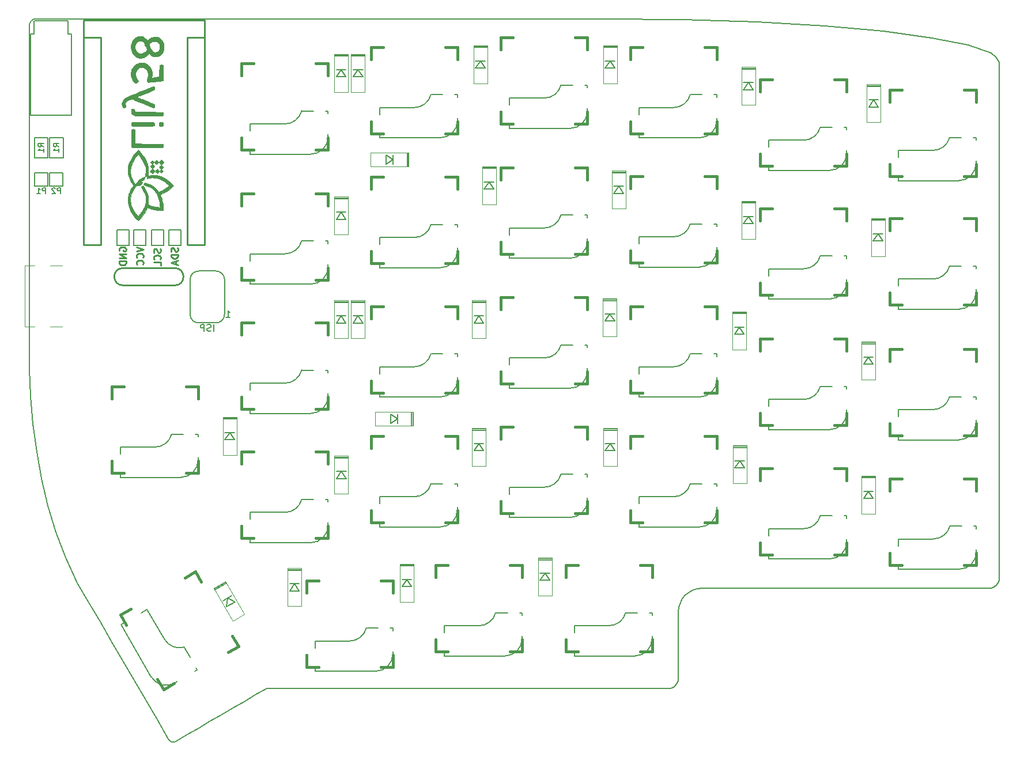
<source format=gbo>
G04 #@! TF.GenerationSoftware,KiCad,Pcbnew,(5.1.5)-3*
G04 #@! TF.CreationDate,2020-04-30T15:02:57+07:00*
G04 #@! TF.ProjectId,Lily58,4c696c79-3538-42e6-9b69-6361645f7063,rev?*
G04 #@! TF.SameCoordinates,Original*
G04 #@! TF.FileFunction,Legend,Bot*
G04 #@! TF.FilePolarity,Positive*
%FSLAX46Y46*%
G04 Gerber Fmt 4.6, Leading zero omitted, Abs format (unit mm)*
G04 Created by KiCad (PCBNEW (5.1.5)-3) date 2020-04-30 15:02:57*
%MOMM*%
%LPD*%
G04 APERTURE LIST*
%ADD10C,0.200000*%
%ADD11C,0.150000*%
%ADD12C,0.010000*%
%ADD13C,0.280000*%
%ADD14C,0.120000*%
%ADD15C,0.381000*%
%ADD16C,0.250000*%
G04 APERTURE END LIST*
D10*
X224900000Y-42700000D02*
X225460000Y-43436755D01*
X82937528Y-50750629D02*
X82937528Y-44443695D01*
X82937528Y-57057562D02*
X82937528Y-50750629D01*
X115211711Y-37086762D02*
X104803877Y-37086762D01*
X218692418Y-120789735D02*
X223959999Y-120789735D01*
X213424836Y-120789735D02*
X218692418Y-120789735D01*
X208157255Y-120789735D02*
X213424836Y-120789735D01*
X202889673Y-120789735D02*
X208157255Y-120789735D01*
X197622092Y-120789735D02*
X202889673Y-120789735D01*
X192354511Y-120789735D02*
X197622092Y-120789735D01*
X187086929Y-120789735D02*
X192354511Y-120789735D01*
X181819348Y-120789735D02*
X187086929Y-120789735D01*
X181113524Y-120860778D02*
X181819348Y-120789735D01*
X180456326Y-121064561D02*
X181113524Y-120860778D01*
X179861773Y-121387065D02*
X180456326Y-121064561D01*
X179343884Y-121814271D02*
X179861773Y-121387065D01*
X178916678Y-122332160D02*
X179343884Y-121814271D01*
X178594174Y-122926713D02*
X178916678Y-122332160D01*
X178390391Y-123583911D02*
X178594174Y-122926713D01*
X178319348Y-124289735D02*
X178390391Y-123583911D01*
X199807654Y-38170488D02*
X189919538Y-37585374D01*
X208420758Y-38945561D02*
X199807654Y-38170488D01*
X215525697Y-39885159D02*
X208420758Y-38945561D01*
X220889319Y-40963847D02*
X215525697Y-39885159D01*
X178989563Y-37215654D02*
X167250881Y-37086762D01*
X189919538Y-37585374D02*
X178989563Y-37215654D01*
X177658308Y-135255660D02*
X177403500Y-135393876D01*
X177880261Y-135072571D02*
X177658308Y-135255660D01*
X178063349Y-134850619D02*
X177880261Y-135072571D01*
X178201565Y-134595810D02*
X178063349Y-134850619D01*
X178288901Y-134314154D02*
X178201565Y-134595810D01*
X178319348Y-134011658D02*
X178288901Y-134314154D01*
X225460000Y-52918378D02*
X225460000Y-62400000D01*
X225460000Y-43436755D02*
X225460000Y-52918378D01*
X82937528Y-69671429D02*
X82937528Y-63364495D01*
X82937528Y-75978362D02*
X82937528Y-69671429D01*
X82937528Y-82285296D02*
X82937528Y-75978362D01*
X82937528Y-88592229D02*
X82937528Y-82285296D01*
X104807833Y-37086762D02*
X94400000Y-37086762D01*
X125619545Y-37086762D02*
X115211711Y-37086762D01*
X136027379Y-37086762D02*
X125619545Y-37086762D01*
X146435213Y-37086762D02*
X136027379Y-37086762D01*
X156843047Y-37086762D02*
X146435213Y-37086762D01*
X167250881Y-37086762D02*
X156843047Y-37086762D01*
X83400937Y-37265961D02*
X83579303Y-37169210D01*
X83245570Y-37394123D02*
X83400937Y-37265961D01*
X83117409Y-37549489D02*
X83245570Y-37394123D01*
X83020657Y-37727855D02*
X83117409Y-37549489D01*
X82959523Y-37925015D02*
X83020657Y-37727855D01*
X82938210Y-38136762D02*
X82959523Y-37925015D01*
X83776462Y-37108075D02*
X83988210Y-37086762D01*
X83579303Y-37169210D02*
X83776462Y-37108075D01*
X94396044Y-37086762D02*
X83988210Y-37086762D01*
X82937528Y-63364495D02*
X82937528Y-57057562D01*
X82937528Y-44443695D02*
X82937528Y-38136762D01*
X88291758Y-116318073D02*
X89993333Y-119989540D01*
X86863105Y-112530670D02*
X88291758Y-116318073D01*
X85688004Y-108649127D02*
X86863105Y-112530670D01*
X84747083Y-104695246D02*
X85688004Y-108649127D01*
X84020972Y-100690825D02*
X84747083Y-104695246D01*
X83490297Y-96657663D02*
X84020972Y-100690825D01*
X83135690Y-92617561D02*
X83490297Y-96657663D01*
X82937777Y-88592317D02*
X83135690Y-92617561D01*
X104288864Y-143357278D02*
X104456758Y-143271756D01*
X104130206Y-143404468D02*
X104288864Y-143357278D01*
X103981252Y-143413974D02*
X104130206Y-143404468D01*
X103842470Y-143386445D02*
X103981252Y-143413974D01*
X103714328Y-143322532D02*
X103842470Y-143386445D01*
X103597295Y-143222884D02*
X103714328Y-143322532D01*
X103491837Y-143088150D02*
X103597295Y-143222884D01*
X103398425Y-142918979D02*
X103491837Y-143088150D01*
X116186619Y-136480784D02*
X117862313Y-135510645D01*
X114510925Y-137450923D02*
X116186619Y-136480784D01*
X112835230Y-138421062D02*
X114510925Y-137450923D01*
X111159536Y-139391201D02*
X112835230Y-138421062D01*
X109483841Y-140361340D02*
X111159536Y-139391201D01*
X107808147Y-141331479D02*
X109483841Y-140361340D01*
X106132452Y-142301617D02*
X107808147Y-141331479D01*
X104456758Y-143271756D02*
X106132452Y-142301617D01*
X101722730Y-140052659D02*
X103398425Y-142918979D01*
X100047036Y-137186340D02*
X101722730Y-140052659D01*
X98371341Y-134320020D02*
X100047036Y-137186340D01*
X96695647Y-131453701D02*
X98371341Y-134320020D01*
X95019952Y-128587381D02*
X96695647Y-131453701D01*
X93344258Y-125721062D02*
X95019952Y-128587381D01*
X91668563Y-122854742D02*
X93344258Y-125721062D01*
X89992869Y-119988423D02*
X91668563Y-122854742D01*
X169449826Y-135511658D02*
X176819348Y-135511658D01*
X162080304Y-135511658D02*
X169449826Y-135511658D01*
X154710782Y-135511658D02*
X162080304Y-135511658D01*
X147341260Y-135511658D02*
X154710782Y-135511658D01*
X139971738Y-135511658D02*
X147341260Y-135511658D01*
X132602217Y-135511658D02*
X139971738Y-135511658D01*
X125232695Y-135511658D02*
X132602217Y-135511658D01*
X117863173Y-135511658D02*
X125232695Y-135511658D01*
X178319348Y-132816013D02*
X178319348Y-134011658D01*
X178319348Y-131597973D02*
X178319348Y-132816013D01*
X178319348Y-130379933D02*
X178319348Y-131597973D01*
X178319348Y-129161894D02*
X178319348Y-130379933D01*
X178319348Y-127943854D02*
X178319348Y-129161894D01*
X178319348Y-126725814D02*
X178319348Y-127943854D01*
X178319348Y-125507775D02*
X178319348Y-126725814D01*
X178319348Y-124289735D02*
X178319348Y-125507775D01*
X177121844Y-135481211D02*
X176819348Y-135511658D01*
X177403500Y-135393876D02*
X177121844Y-135481211D01*
X224278471Y-42156190D02*
X220889319Y-40963847D01*
X224900000Y-42700000D02*
X224278471Y-42156190D01*
X224262495Y-120759288D02*
X223959999Y-120789735D01*
X224544152Y-120671952D02*
X224262495Y-120759288D01*
X224798960Y-120533736D02*
X224544152Y-120671952D01*
X225020912Y-120350648D02*
X224798960Y-120533736D01*
X225204001Y-120128696D02*
X225020912Y-120350648D01*
X225342217Y-119873887D02*
X225204001Y-120128696D01*
X225429552Y-119592231D02*
X225342217Y-119873887D01*
X225459999Y-119289735D02*
X225429552Y-119592231D01*
X225460000Y-109808112D02*
X225460000Y-119289735D01*
X225460000Y-100326490D02*
X225460000Y-109808112D01*
X225460000Y-90844867D02*
X225460000Y-100326490D01*
X225460000Y-81363245D02*
X225460000Y-90844867D01*
X225460000Y-71881623D02*
X225460000Y-81363245D01*
X225460000Y-62400000D02*
X225460000Y-71881623D01*
D11*
X110363000Y-81788000D02*
X107823000Y-81788000D01*
X106553000Y-80518000D02*
X106553000Y-75438000D01*
X107823000Y-74168000D02*
X110363000Y-74168000D01*
X111633000Y-75438000D02*
X111633000Y-80518000D01*
X106553000Y-75438000D02*
G75*
G02X107823000Y-74168000I1270000J0D01*
G01*
X107823000Y-81788000D02*
G75*
G02X106553000Y-80518000I0J1270000D01*
G01*
X111633000Y-80518000D02*
G75*
G02X110363000Y-81788000I-1270000J0D01*
G01*
X110363000Y-74168000D02*
G75*
G02X111633000Y-75438000I0J-1270000D01*
G01*
D12*
G36*
X102339585Y-59216312D02*
G01*
X102213209Y-59341368D01*
X102155274Y-59401225D01*
X102111318Y-59451447D01*
X102088503Y-59483671D01*
X102086834Y-59488978D01*
X102100960Y-59513868D01*
X102138235Y-59558695D01*
X102191006Y-59614356D01*
X102198624Y-59621932D01*
X102255496Y-59675459D01*
X102302268Y-59714688D01*
X102329853Y-59732072D01*
X102331579Y-59732334D01*
X102355265Y-59718197D01*
X102399877Y-59680552D01*
X102457146Y-59626544D01*
X102477799Y-59605958D01*
X102602856Y-59479583D01*
X102339585Y-59216312D01*
G37*
X102339585Y-59216312D02*
X102213209Y-59341368D01*
X102155274Y-59401225D01*
X102111318Y-59451447D01*
X102088503Y-59483671D01*
X102086834Y-59488978D01*
X102100960Y-59513868D01*
X102138235Y-59558695D01*
X102191006Y-59614356D01*
X102198624Y-59621932D01*
X102255496Y-59675459D01*
X102302268Y-59714688D01*
X102329853Y-59732072D01*
X102331579Y-59732334D01*
X102355265Y-59718197D01*
X102399877Y-59680552D01*
X102457146Y-59626544D01*
X102477799Y-59605958D01*
X102602856Y-59479583D01*
X102339585Y-59216312D01*
G36*
X102622363Y-58868891D02*
G01*
X102583545Y-58823443D01*
X102529104Y-58766861D01*
X102467430Y-58707197D01*
X102406914Y-58652504D01*
X102355946Y-58610836D01*
X102322918Y-58590245D01*
X102318524Y-58589334D01*
X102288420Y-58604160D01*
X102239900Y-58642831D01*
X102181609Y-58696635D01*
X102122191Y-58756862D01*
X102070291Y-58814800D01*
X102034552Y-58861738D01*
X102023334Y-58886804D01*
X102037606Y-58914734D01*
X102075921Y-58963511D01*
X102131521Y-59024935D01*
X102166740Y-59060860D01*
X102230793Y-59122344D01*
X102284912Y-59170467D01*
X102321436Y-59198607D01*
X102331349Y-59203167D01*
X102355426Y-59188761D01*
X102399570Y-59151018D01*
X102455623Y-59098156D01*
X102515429Y-59038389D01*
X102570831Y-58979934D01*
X102613670Y-58931007D01*
X102635791Y-58899823D01*
X102637167Y-58895152D01*
X102622363Y-58868891D01*
G37*
X102622363Y-58868891D02*
X102583545Y-58823443D01*
X102529104Y-58766861D01*
X102467430Y-58707197D01*
X102406914Y-58652504D01*
X102355946Y-58610836D01*
X102322918Y-58590245D01*
X102318524Y-58589334D01*
X102288420Y-58604160D01*
X102239900Y-58642831D01*
X102181609Y-58696635D01*
X102122191Y-58756862D01*
X102070291Y-58814800D01*
X102034552Y-58861738D01*
X102023334Y-58886804D01*
X102037606Y-58914734D01*
X102075921Y-58963511D01*
X102131521Y-59024935D01*
X102166740Y-59060860D01*
X102230793Y-59122344D01*
X102284912Y-59170467D01*
X102321436Y-59198607D01*
X102331349Y-59203167D01*
X102355426Y-59188761D01*
X102399570Y-59151018D01*
X102455623Y-59098156D01*
X102515429Y-59038389D01*
X102570831Y-58979934D01*
X102613670Y-58931007D01*
X102635791Y-58899823D01*
X102637167Y-58895152D01*
X102622363Y-58868891D01*
G36*
X102635665Y-52479076D02*
G01*
X102629197Y-52410592D01*
X102614822Y-52366089D01*
X102589596Y-52336417D01*
X102550987Y-52312634D01*
X102495835Y-52296505D01*
X102412875Y-52286097D01*
X102316288Y-52281721D01*
X102220251Y-52283687D01*
X102138944Y-52292308D01*
X102097771Y-52302699D01*
X102044883Y-52344221D01*
X102007026Y-52418036D01*
X101986142Y-52516178D01*
X101984175Y-52630684D01*
X101995883Y-52720454D01*
X102018636Y-52766841D01*
X102059355Y-52810412D01*
X102091231Y-52830691D01*
X102131042Y-52843464D01*
X102188775Y-52850347D01*
X102274418Y-52852956D01*
X102323484Y-52853167D01*
X102420972Y-52852384D01*
X102486031Y-52848723D01*
X102528556Y-52840222D01*
X102558442Y-52824916D01*
X102585213Y-52801213D01*
X102611658Y-52770313D01*
X102627275Y-52735344D01*
X102634833Y-52684551D01*
X102637102Y-52606179D01*
X102637167Y-52580694D01*
X102635665Y-52479076D01*
G37*
X102635665Y-52479076D02*
X102629197Y-52410592D01*
X102614822Y-52366089D01*
X102589596Y-52336417D01*
X102550987Y-52312634D01*
X102495835Y-52296505D01*
X102412875Y-52286097D01*
X102316288Y-52281721D01*
X102220251Y-52283687D01*
X102138944Y-52292308D01*
X102097771Y-52302699D01*
X102044883Y-52344221D01*
X102007026Y-52418036D01*
X101986142Y-52516178D01*
X101984175Y-52630684D01*
X101995883Y-52720454D01*
X102018636Y-52766841D01*
X102059355Y-52810412D01*
X102091231Y-52830691D01*
X102131042Y-52843464D01*
X102188775Y-52850347D01*
X102274418Y-52852956D01*
X102323484Y-52853167D01*
X102420972Y-52852384D01*
X102486031Y-52848723D01*
X102528556Y-52840222D01*
X102558442Y-52824916D01*
X102585213Y-52801213D01*
X102611658Y-52770313D01*
X102627275Y-52735344D01*
X102634833Y-52684551D01*
X102637102Y-52606179D01*
X102637167Y-52580694D01*
X102635665Y-52479076D01*
G36*
X102686280Y-58152425D02*
G01*
X102648036Y-58107943D01*
X102593316Y-58049574D01*
X102529498Y-57984659D01*
X102463962Y-57920542D01*
X102404086Y-57864565D01*
X102357250Y-57824072D01*
X102330833Y-57806405D01*
X102329341Y-57806167D01*
X102306091Y-57820555D01*
X102261610Y-57858798D01*
X102203241Y-57913518D01*
X102138326Y-57977336D01*
X102074208Y-58042873D01*
X102018232Y-58102748D01*
X101977738Y-58149584D01*
X101960071Y-58176002D01*
X101959834Y-58177493D01*
X101974043Y-58199968D01*
X102012668Y-58245189D01*
X102069709Y-58306457D01*
X102134901Y-58372843D01*
X102205521Y-58441385D01*
X102266334Y-58497231D01*
X102310612Y-58534409D01*
X102331160Y-58547000D01*
X102354410Y-58532613D01*
X102398891Y-58494369D01*
X102457260Y-58439649D01*
X102522175Y-58375831D01*
X102586293Y-58310295D01*
X102642269Y-58250419D01*
X102682763Y-58203583D01*
X102700430Y-58177166D01*
X102700667Y-58175674D01*
X102686280Y-58152425D01*
G37*
X102686280Y-58152425D02*
X102648036Y-58107943D01*
X102593316Y-58049574D01*
X102529498Y-57984659D01*
X102463962Y-57920542D01*
X102404086Y-57864565D01*
X102357250Y-57824072D01*
X102330833Y-57806405D01*
X102329341Y-57806167D01*
X102306091Y-57820555D01*
X102261610Y-57858798D01*
X102203241Y-57913518D01*
X102138326Y-57977336D01*
X102074208Y-58042873D01*
X102018232Y-58102748D01*
X101977738Y-58149584D01*
X101960071Y-58176002D01*
X101959834Y-58177493D01*
X101974043Y-58199968D01*
X102012668Y-58245189D01*
X102069709Y-58306457D01*
X102134901Y-58372843D01*
X102205521Y-58441385D01*
X102266334Y-58497231D01*
X102310612Y-58534409D01*
X102331160Y-58547000D01*
X102354410Y-58532613D01*
X102398891Y-58494369D01*
X102457260Y-58439649D01*
X102522175Y-58375831D01*
X102586293Y-58310295D01*
X102642269Y-58250419D01*
X102682763Y-58203583D01*
X102700430Y-58177166D01*
X102700667Y-58175674D01*
X102686280Y-58152425D01*
G36*
X102029697Y-59461558D02*
G01*
X101990879Y-59416110D01*
X101936437Y-59359528D01*
X101874763Y-59299864D01*
X101814247Y-59245171D01*
X101763279Y-59203503D01*
X101730251Y-59182912D01*
X101725858Y-59182000D01*
X101695753Y-59196827D01*
X101647233Y-59235497D01*
X101588942Y-59289301D01*
X101529524Y-59349528D01*
X101477624Y-59407466D01*
X101441886Y-59454405D01*
X101430667Y-59479471D01*
X101444940Y-59507401D01*
X101483254Y-59556178D01*
X101538854Y-59617602D01*
X101574073Y-59653527D01*
X101638126Y-59715010D01*
X101692245Y-59763134D01*
X101728770Y-59791273D01*
X101738683Y-59795834D01*
X101762759Y-59781427D01*
X101806903Y-59743685D01*
X101862957Y-59690823D01*
X101922763Y-59631056D01*
X101978164Y-59572601D01*
X102021004Y-59523674D01*
X102043124Y-59492490D01*
X102044500Y-59487818D01*
X102029697Y-59461558D01*
G37*
X102029697Y-59461558D02*
X101990879Y-59416110D01*
X101936437Y-59359528D01*
X101874763Y-59299864D01*
X101814247Y-59245171D01*
X101763279Y-59203503D01*
X101730251Y-59182912D01*
X101725858Y-59182000D01*
X101695753Y-59196827D01*
X101647233Y-59235497D01*
X101588942Y-59289301D01*
X101529524Y-59349528D01*
X101477624Y-59407466D01*
X101441886Y-59454405D01*
X101430667Y-59479471D01*
X101444940Y-59507401D01*
X101483254Y-59556178D01*
X101538854Y-59617602D01*
X101574073Y-59653527D01*
X101638126Y-59715010D01*
X101692245Y-59763134D01*
X101728770Y-59791273D01*
X101738683Y-59795834D01*
X101762759Y-59781427D01*
X101806903Y-59743685D01*
X101862957Y-59690823D01*
X101922763Y-59631056D01*
X101978164Y-59572601D01*
X102021004Y-59523674D01*
X102043124Y-59492490D01*
X102044500Y-59487818D01*
X102029697Y-59461558D01*
G36*
X101903094Y-58151408D02*
G01*
X101865352Y-58107264D01*
X101812489Y-58051211D01*
X101752723Y-57991405D01*
X101694268Y-57936004D01*
X101645340Y-57893164D01*
X101614156Y-57871044D01*
X101609485Y-57869667D01*
X101585408Y-57884074D01*
X101541264Y-57921816D01*
X101485211Y-57974678D01*
X101425405Y-58034445D01*
X101370004Y-58092900D01*
X101327164Y-58141827D01*
X101305044Y-58173011D01*
X101303667Y-58177683D01*
X101317828Y-58200896D01*
X101355863Y-58245809D01*
X101411098Y-58304813D01*
X101447073Y-58341193D01*
X101511126Y-58402677D01*
X101565245Y-58450800D01*
X101601770Y-58478940D01*
X101611683Y-58483500D01*
X101635759Y-58469094D01*
X101679903Y-58431352D01*
X101735957Y-58378489D01*
X101795763Y-58318723D01*
X101851164Y-58260268D01*
X101894004Y-58211340D01*
X101916124Y-58180156D01*
X101917500Y-58175485D01*
X101903094Y-58151408D01*
G37*
X101903094Y-58151408D02*
X101865352Y-58107264D01*
X101812489Y-58051211D01*
X101752723Y-57991405D01*
X101694268Y-57936004D01*
X101645340Y-57893164D01*
X101614156Y-57871044D01*
X101609485Y-57869667D01*
X101585408Y-57884074D01*
X101541264Y-57921816D01*
X101485211Y-57974678D01*
X101425405Y-58034445D01*
X101370004Y-58092900D01*
X101327164Y-58141827D01*
X101305044Y-58173011D01*
X101303667Y-58177683D01*
X101317828Y-58200896D01*
X101355863Y-58245809D01*
X101411098Y-58304813D01*
X101447073Y-58341193D01*
X101511126Y-58402677D01*
X101565245Y-58450800D01*
X101601770Y-58478940D01*
X101611683Y-58483500D01*
X101635759Y-58469094D01*
X101679903Y-58431352D01*
X101735957Y-58378489D01*
X101795763Y-58318723D01*
X101851164Y-58260268D01*
X101894004Y-58211340D01*
X101916124Y-58180156D01*
X101917500Y-58175485D01*
X101903094Y-58151408D01*
G36*
X101246378Y-58147627D02*
G01*
X101207945Y-58102853D01*
X101155689Y-58050020D01*
X101099263Y-57998278D01*
X101048319Y-57956775D01*
X101012511Y-57934657D01*
X101005945Y-57933167D01*
X100977097Y-57947535D01*
X100930271Y-57984449D01*
X100875048Y-58034623D01*
X100821010Y-58088772D01*
X100777738Y-58137613D01*
X100754812Y-58171859D01*
X100753334Y-58177972D01*
X100767442Y-58202195D01*
X100804674Y-58246506D01*
X100857392Y-58301911D01*
X100865124Y-58309599D01*
X100923640Y-58363381D01*
X100974119Y-58402670D01*
X101006588Y-58419798D01*
X101008722Y-58420000D01*
X101037571Y-58405633D01*
X101084397Y-58368719D01*
X101139619Y-58318545D01*
X101193657Y-58264395D01*
X101236930Y-58215555D01*
X101259856Y-58181309D01*
X101261334Y-58175195D01*
X101246378Y-58147627D01*
G37*
X101246378Y-58147627D02*
X101207945Y-58102853D01*
X101155689Y-58050020D01*
X101099263Y-57998278D01*
X101048319Y-57956775D01*
X101012511Y-57934657D01*
X101005945Y-57933167D01*
X100977097Y-57947535D01*
X100930271Y-57984449D01*
X100875048Y-58034623D01*
X100821010Y-58088772D01*
X100777738Y-58137613D01*
X100754812Y-58171859D01*
X100753334Y-58177972D01*
X100767442Y-58202195D01*
X100804674Y-58246506D01*
X100857392Y-58301911D01*
X100865124Y-58309599D01*
X100923640Y-58363381D01*
X100974119Y-58402670D01*
X101006588Y-58419798D01*
X101008722Y-58420000D01*
X101037571Y-58405633D01*
X101084397Y-58368719D01*
X101139619Y-58318545D01*
X101193657Y-58264395D01*
X101236930Y-58215555D01*
X101259856Y-58181309D01*
X101261334Y-58175195D01*
X101246378Y-58147627D01*
G36*
X101310427Y-58744075D02*
G01*
X101272685Y-58699931D01*
X101219823Y-58643878D01*
X101160056Y-58584072D01*
X101101601Y-58528670D01*
X101052674Y-58485831D01*
X101021490Y-58463710D01*
X101016818Y-58462334D01*
X100992742Y-58476740D01*
X100948598Y-58514483D01*
X100892544Y-58567345D01*
X100832738Y-58627112D01*
X100777337Y-58685567D01*
X100734497Y-58734494D01*
X100712377Y-58765678D01*
X100711000Y-58770349D01*
X100725162Y-58793562D01*
X100763196Y-58838475D01*
X100818431Y-58897480D01*
X100854407Y-58933860D01*
X100918459Y-58995344D01*
X100972579Y-59043467D01*
X101009103Y-59071607D01*
X101019016Y-59076167D01*
X101043093Y-59061761D01*
X101087237Y-59024018D01*
X101143290Y-58971156D01*
X101203096Y-58911389D01*
X101258497Y-58852934D01*
X101301337Y-58804007D01*
X101323457Y-58772823D01*
X101324834Y-58768152D01*
X101310427Y-58744075D01*
G37*
X101310427Y-58744075D02*
X101272685Y-58699931D01*
X101219823Y-58643878D01*
X101160056Y-58584072D01*
X101101601Y-58528670D01*
X101052674Y-58485831D01*
X101021490Y-58463710D01*
X101016818Y-58462334D01*
X100992742Y-58476740D01*
X100948598Y-58514483D01*
X100892544Y-58567345D01*
X100832738Y-58627112D01*
X100777337Y-58685567D01*
X100734497Y-58734494D01*
X100712377Y-58765678D01*
X100711000Y-58770349D01*
X100725162Y-58793562D01*
X100763196Y-58838475D01*
X100818431Y-58897480D01*
X100854407Y-58933860D01*
X100918459Y-58995344D01*
X100972579Y-59043467D01*
X101009103Y-59071607D01*
X101019016Y-59076167D01*
X101043093Y-59061761D01*
X101087237Y-59024018D01*
X101143290Y-58971156D01*
X101203096Y-58911389D01*
X101258497Y-58852934D01*
X101301337Y-58804007D01*
X101323457Y-58772823D01*
X101324834Y-58768152D01*
X101310427Y-58744075D01*
G36*
X101373946Y-59464758D02*
G01*
X101335703Y-59420277D01*
X101280983Y-59361907D01*
X101217165Y-59296992D01*
X101151628Y-59232875D01*
X101091753Y-59176898D01*
X101044917Y-59136405D01*
X101018499Y-59118738D01*
X101017008Y-59118500D01*
X100993758Y-59132888D01*
X100949277Y-59171132D01*
X100890907Y-59225852D01*
X100825992Y-59289670D01*
X100761875Y-59355206D01*
X100705898Y-59415082D01*
X100665405Y-59461918D01*
X100647738Y-59488335D01*
X100647500Y-59489827D01*
X100661709Y-59512302D01*
X100700335Y-59557522D01*
X100757375Y-59618790D01*
X100822568Y-59685176D01*
X100893188Y-59753718D01*
X100954001Y-59809564D01*
X100998279Y-59846743D01*
X101018827Y-59859334D01*
X101042076Y-59844946D01*
X101086558Y-59806703D01*
X101144927Y-59751983D01*
X101209842Y-59688165D01*
X101273959Y-59622628D01*
X101329936Y-59562753D01*
X101370429Y-59515917D01*
X101388096Y-59489499D01*
X101388334Y-59488008D01*
X101373946Y-59464758D01*
G37*
X101373946Y-59464758D02*
X101335703Y-59420277D01*
X101280983Y-59361907D01*
X101217165Y-59296992D01*
X101151628Y-59232875D01*
X101091753Y-59176898D01*
X101044917Y-59136405D01*
X101018499Y-59118738D01*
X101017008Y-59118500D01*
X100993758Y-59132888D01*
X100949277Y-59171132D01*
X100890907Y-59225852D01*
X100825992Y-59289670D01*
X100761875Y-59355206D01*
X100705898Y-59415082D01*
X100665405Y-59461918D01*
X100647738Y-59488335D01*
X100647500Y-59489827D01*
X100661709Y-59512302D01*
X100700335Y-59557522D01*
X100757375Y-59618790D01*
X100822568Y-59685176D01*
X100893188Y-59753718D01*
X100954001Y-59809564D01*
X100998279Y-59846743D01*
X101018827Y-59859334D01*
X101042076Y-59844946D01*
X101086558Y-59806703D01*
X101144927Y-59751983D01*
X101209842Y-59688165D01*
X101273959Y-59622628D01*
X101329936Y-59562753D01*
X101370429Y-59515917D01*
X101388096Y-59489499D01*
X101388334Y-59488008D01*
X101373946Y-59464758D01*
G36*
X101322277Y-52478176D02*
G01*
X101311114Y-52428703D01*
X101286102Y-52389389D01*
X101262962Y-52364706D01*
X101201090Y-52302834D01*
X98046361Y-52302834D01*
X97987809Y-52353199D01*
X97955833Y-52385516D01*
X97937166Y-52422289D01*
X97927431Y-52476696D01*
X97922808Y-52548990D01*
X97923919Y-52657274D01*
X97939039Y-52731240D01*
X97947930Y-52750380D01*
X97990644Y-52797335D01*
X98046659Y-52829755D01*
X98078700Y-52834859D01*
X98144345Y-52839298D01*
X98244687Y-52843091D01*
X98380823Y-52846252D01*
X98553848Y-52848800D01*
X98764858Y-52850748D01*
X99014949Y-52852115D01*
X99305215Y-52852916D01*
X99624756Y-52853167D01*
X99926224Y-52853144D01*
X100188215Y-52852941D01*
X100413584Y-52852361D01*
X100605187Y-52851205D01*
X100765881Y-52849273D01*
X100898520Y-52846368D01*
X101005961Y-52842291D01*
X101091059Y-52836843D01*
X101156671Y-52829826D01*
X101205651Y-52821040D01*
X101240857Y-52810288D01*
X101265143Y-52797371D01*
X101281366Y-52782090D01*
X101292382Y-52764247D01*
X101301046Y-52743642D01*
X101303802Y-52736396D01*
X101315382Y-52684767D01*
X101323021Y-52610127D01*
X101324834Y-52553828D01*
X101322277Y-52478176D01*
G37*
X101322277Y-52478176D02*
X101311114Y-52428703D01*
X101286102Y-52389389D01*
X101262962Y-52364706D01*
X101201090Y-52302834D01*
X98046361Y-52302834D01*
X97987809Y-52353199D01*
X97955833Y-52385516D01*
X97937166Y-52422289D01*
X97927431Y-52476696D01*
X97922808Y-52548990D01*
X97923919Y-52657274D01*
X97939039Y-52731240D01*
X97947930Y-52750380D01*
X97990644Y-52797335D01*
X98046659Y-52829755D01*
X98078700Y-52834859D01*
X98144345Y-52839298D01*
X98244687Y-52843091D01*
X98380823Y-52846252D01*
X98553848Y-52848800D01*
X98764858Y-52850748D01*
X99014949Y-52852115D01*
X99305215Y-52852916D01*
X99624756Y-52853167D01*
X99926224Y-52853144D01*
X100188215Y-52852941D01*
X100413584Y-52852361D01*
X100605187Y-52851205D01*
X100765881Y-52849273D01*
X100898520Y-52846368D01*
X101005961Y-52842291D01*
X101091059Y-52836843D01*
X101156671Y-52829826D01*
X101205651Y-52821040D01*
X101240857Y-52810288D01*
X101265143Y-52797371D01*
X101281366Y-52782090D01*
X101292382Y-52764247D01*
X101301046Y-52743642D01*
X101303802Y-52736396D01*
X101315382Y-52684767D01*
X101323021Y-52610127D01*
X101324834Y-52553828D01*
X101322277Y-52478176D01*
G36*
X102635301Y-55658307D02*
G01*
X102627669Y-55601296D01*
X102611224Y-55560524D01*
X102586088Y-55526639D01*
X102535009Y-55467250D01*
X100480596Y-55461549D01*
X98426184Y-55455848D01*
X98420301Y-54438412D01*
X98414417Y-53420977D01*
X98355029Y-53369905D01*
X98281172Y-53330902D01*
X98188195Y-53315160D01*
X98092347Y-53322680D01*
X98009877Y-53353462D01*
X97986972Y-53369909D01*
X97927584Y-53420983D01*
X97921791Y-54651619D01*
X97915999Y-55882255D01*
X98040744Y-56007000D01*
X102533258Y-56007000D01*
X102585213Y-55955046D01*
X102612435Y-55922900D01*
X102628132Y-55886221D01*
X102635357Y-55832637D01*
X102637164Y-55749777D01*
X102637167Y-55744560D01*
X102635301Y-55658307D01*
G37*
X102635301Y-55658307D02*
X102627669Y-55601296D01*
X102611224Y-55560524D01*
X102586088Y-55526639D01*
X102535009Y-55467250D01*
X100480596Y-55461549D01*
X98426184Y-55455848D01*
X98420301Y-54438412D01*
X98414417Y-53420977D01*
X98355029Y-53369905D01*
X98281172Y-53330902D01*
X98188195Y-53315160D01*
X98092347Y-53322680D01*
X98009877Y-53353462D01*
X97986972Y-53369909D01*
X97927584Y-53420983D01*
X97921791Y-54651619D01*
X97915999Y-55882255D01*
X98040744Y-56007000D01*
X102533258Y-56007000D01*
X102585213Y-55955046D01*
X102612435Y-55922900D01*
X102628132Y-55886221D01*
X102635357Y-55832637D01*
X102637164Y-55749777D01*
X102637167Y-55744560D01*
X102635301Y-55658307D01*
G36*
X102634783Y-50991170D02*
G01*
X102625285Y-50935808D01*
X102605156Y-50894436D01*
X102586091Y-50869972D01*
X102535014Y-50810584D01*
X100569966Y-50800000D01*
X100235935Y-50798161D01*
X99941627Y-50796422D01*
X99684430Y-50794723D01*
X99461732Y-50793001D01*
X99270923Y-50791195D01*
X99109392Y-50789244D01*
X98974527Y-50787086D01*
X98863717Y-50784659D01*
X98774352Y-50781902D01*
X98703820Y-50778753D01*
X98649511Y-50775150D01*
X98608812Y-50771032D01*
X98579113Y-50766337D01*
X98557804Y-50761004D01*
X98542272Y-50754970D01*
X98536484Y-50752017D01*
X98464793Y-50692553D01*
X98417718Y-50603850D01*
X98397075Y-50516507D01*
X98376316Y-50448176D01*
X98342325Y-50389728D01*
X98337482Y-50384215D01*
X98305453Y-50356642D01*
X98266252Y-50341466D01*
X98206784Y-50335231D01*
X98148489Y-50334334D01*
X98044127Y-50339583D01*
X97974312Y-50359577D01*
X97932092Y-50400687D01*
X97910519Y-50469284D01*
X97903026Y-50559329D01*
X97903338Y-50647689D01*
X97909237Y-50731409D01*
X97917752Y-50784212D01*
X97972858Y-50931862D01*
X98058128Y-51067270D01*
X98165851Y-51180283D01*
X98274520Y-51253887D01*
X98305850Y-51269657D01*
X98336950Y-51283594D01*
X98370505Y-51295814D01*
X98409201Y-51306428D01*
X98455720Y-51315551D01*
X98512749Y-51323297D01*
X98582971Y-51329778D01*
X98669071Y-51335109D01*
X98773733Y-51339402D01*
X98899642Y-51342771D01*
X99049483Y-51345331D01*
X99225940Y-51347193D01*
X99431698Y-51348473D01*
X99669441Y-51349283D01*
X99941854Y-51349736D01*
X100251621Y-51349947D01*
X100548010Y-51350021D01*
X100884665Y-51350000D01*
X101181497Y-51349798D01*
X101441019Y-51349375D01*
X101665739Y-51348694D01*
X101858170Y-51347716D01*
X102020823Y-51346402D01*
X102156207Y-51344714D01*
X102266834Y-51342614D01*
X102355215Y-51340062D01*
X102423860Y-51337022D01*
X102475281Y-51333454D01*
X102511989Y-51329320D01*
X102536493Y-51324581D01*
X102550987Y-51319367D01*
X102591884Y-51293636D01*
X102617455Y-51261282D01*
X102631176Y-51212426D01*
X102636527Y-51137190D01*
X102637167Y-51074616D01*
X102634783Y-50991170D01*
G37*
X102634783Y-50991170D02*
X102625285Y-50935808D01*
X102605156Y-50894436D01*
X102586091Y-50869972D01*
X102535014Y-50810584D01*
X100569966Y-50800000D01*
X100235935Y-50798161D01*
X99941627Y-50796422D01*
X99684430Y-50794723D01*
X99461732Y-50793001D01*
X99270923Y-50791195D01*
X99109392Y-50789244D01*
X98974527Y-50787086D01*
X98863717Y-50784659D01*
X98774352Y-50781902D01*
X98703820Y-50778753D01*
X98649511Y-50775150D01*
X98608812Y-50771032D01*
X98579113Y-50766337D01*
X98557804Y-50761004D01*
X98542272Y-50754970D01*
X98536484Y-50752017D01*
X98464793Y-50692553D01*
X98417718Y-50603850D01*
X98397075Y-50516507D01*
X98376316Y-50448176D01*
X98342325Y-50389728D01*
X98337482Y-50384215D01*
X98305453Y-50356642D01*
X98266252Y-50341466D01*
X98206784Y-50335231D01*
X98148489Y-50334334D01*
X98044127Y-50339583D01*
X97974312Y-50359577D01*
X97932092Y-50400687D01*
X97910519Y-50469284D01*
X97903026Y-50559329D01*
X97903338Y-50647689D01*
X97909237Y-50731409D01*
X97917752Y-50784212D01*
X97972858Y-50931862D01*
X98058128Y-51067270D01*
X98165851Y-51180283D01*
X98274520Y-51253887D01*
X98305850Y-51269657D01*
X98336950Y-51283594D01*
X98370505Y-51295814D01*
X98409201Y-51306428D01*
X98455720Y-51315551D01*
X98512749Y-51323297D01*
X98582971Y-51329778D01*
X98669071Y-51335109D01*
X98773733Y-51339402D01*
X98899642Y-51342771D01*
X99049483Y-51345331D01*
X99225940Y-51347193D01*
X99431698Y-51348473D01*
X99669441Y-51349283D01*
X99941854Y-51349736D01*
X100251621Y-51349947D01*
X100548010Y-51350021D01*
X100884665Y-51350000D01*
X101181497Y-51349798D01*
X101441019Y-51349375D01*
X101665739Y-51348694D01*
X101858170Y-51347716D01*
X102020823Y-51346402D01*
X102156207Y-51344714D01*
X102266834Y-51342614D01*
X102355215Y-51340062D01*
X102423860Y-51337022D01*
X102475281Y-51333454D01*
X102511989Y-51329320D01*
X102536493Y-51324581D01*
X102550987Y-51319367D01*
X102591884Y-51293636D01*
X102617455Y-51261282D01*
X102631176Y-51212426D01*
X102636527Y-51137190D01*
X102637167Y-51074616D01*
X102634783Y-50991170D01*
G36*
X102685361Y-41034871D02*
G01*
X102673007Y-40887750D01*
X102649533Y-40757717D01*
X102612290Y-40632349D01*
X102558627Y-40499225D01*
X102519062Y-40413830D01*
X102406329Y-40223136D01*
X102265887Y-40060344D01*
X102101699Y-39928672D01*
X101917726Y-39831336D01*
X101731250Y-39774220D01*
X101587081Y-39755671D01*
X101424458Y-39752783D01*
X101264107Y-39765186D01*
X101156853Y-39784526D01*
X101038956Y-39821083D01*
X100904896Y-39875872D01*
X100763649Y-39943899D01*
X100624188Y-40020171D01*
X100495490Y-40099696D01*
X100386527Y-40177480D01*
X100306276Y-40248530D01*
X100289936Y-40266824D01*
X100271704Y-40282812D01*
X100252699Y-40278384D01*
X100225672Y-40248244D01*
X100185802Y-40190729D01*
X100107356Y-40087769D01*
X100010536Y-39982136D01*
X99906341Y-39884407D01*
X99805769Y-39805156D01*
X99745725Y-39767572D01*
X99558407Y-39690023D01*
X99359801Y-39650476D01*
X99155343Y-39648045D01*
X98950469Y-39681842D01*
X98750612Y-39750979D01*
X98561208Y-39854569D01*
X98390757Y-39988857D01*
X98223745Y-40173172D01*
X98088182Y-40384220D01*
X97985641Y-40618745D01*
X97917696Y-40873488D01*
X97896617Y-41012347D01*
X97884550Y-41128731D01*
X97879035Y-41221978D01*
X97880179Y-41309053D01*
X97888093Y-41406920D01*
X97899797Y-41507834D01*
X97944880Y-41736311D01*
X98020793Y-41960264D01*
X98123097Y-42170031D01*
X98247351Y-42355952D01*
X98336723Y-42458356D01*
X98515697Y-42613412D01*
X98709626Y-42730696D01*
X98914897Y-42810478D01*
X99127896Y-42853030D01*
X99314450Y-42857834D01*
X99314450Y-42203783D01*
X99142345Y-42178882D01*
X98977341Y-42115508D01*
X98822812Y-42013164D01*
X98777072Y-41972988D01*
X98645876Y-41822205D01*
X98549536Y-41650160D01*
X98489454Y-41461535D01*
X98467031Y-41261009D01*
X98483670Y-41053263D01*
X98490653Y-41016751D01*
X98535561Y-40870483D01*
X98605989Y-40723542D01*
X98692876Y-40593423D01*
X98734983Y-40544966D01*
X98860404Y-40440519D01*
X99002391Y-40367505D01*
X99153267Y-40327667D01*
X99305358Y-40322750D01*
X99450986Y-40354499D01*
X99494346Y-40372397D01*
X99569982Y-40414426D01*
X99640777Y-40469584D01*
X99709261Y-40541701D01*
X99777966Y-40634607D01*
X99849420Y-40752131D01*
X99926153Y-40898102D01*
X100010696Y-41076351D01*
X100105579Y-41290708D01*
X100114157Y-41310614D01*
X100261517Y-41653143D01*
X100163467Y-41768599D01*
X100006440Y-41928604D01*
X99839652Y-42052622D01*
X99666476Y-42140156D01*
X99490285Y-42190709D01*
X99314450Y-42203783D01*
X99314450Y-42857834D01*
X99345008Y-42858621D01*
X99562620Y-42827523D01*
X99777116Y-42760005D01*
X99984884Y-42656340D01*
X100182308Y-42516797D01*
X100365774Y-42341647D01*
X100399154Y-42303903D01*
X100456743Y-42238568D01*
X100504292Y-42187551D01*
X100535031Y-42157971D01*
X100542265Y-42153417D01*
X100561229Y-42168565D01*
X100599458Y-42208772D01*
X100649588Y-42266186D01*
X100663634Y-42282927D01*
X100814842Y-42433453D01*
X100985914Y-42548373D01*
X101172611Y-42626882D01*
X101370690Y-42668173D01*
X101473000Y-42669801D01*
X101473000Y-42024152D01*
X101353921Y-42015126D01*
X101245979Y-41986046D01*
X101146425Y-41934008D01*
X101052504Y-41856107D01*
X100961465Y-41749437D01*
X100870555Y-41611096D01*
X100777022Y-41438178D01*
X100678113Y-41227778D01*
X100643430Y-41148715D01*
X100596428Y-41039257D01*
X100555867Y-40943386D01*
X100524537Y-40867813D01*
X100505227Y-40819246D01*
X100500308Y-40804534D01*
X100515148Y-40784444D01*
X100554824Y-40747246D01*
X100604934Y-40705680D01*
X100809015Y-40566094D01*
X101014620Y-40468785D01*
X101221830Y-40413723D01*
X101377750Y-40400138D01*
X101542197Y-40409954D01*
X101680179Y-40445647D01*
X101800922Y-40510324D01*
X101871167Y-40566340D01*
X101973536Y-40685492D01*
X102049927Y-40830490D01*
X102100003Y-40993495D01*
X102123424Y-41166667D01*
X102119851Y-41342166D01*
X102088945Y-41512152D01*
X102030367Y-41668786D01*
X101943777Y-41804226D01*
X101925616Y-41825278D01*
X101810257Y-41928254D01*
X101682312Y-41992811D01*
X101535206Y-42021837D01*
X101473000Y-42024152D01*
X101473000Y-42669801D01*
X101575910Y-42671440D01*
X101784029Y-42635876D01*
X101990807Y-42560676D01*
X102028517Y-42542384D01*
X102172621Y-42450081D01*
X102310172Y-42325352D01*
X102431787Y-42178010D01*
X102526085Y-42021906D01*
X102590143Y-41879726D01*
X102636274Y-41741717D01*
X102666691Y-41596885D01*
X102683607Y-41434237D01*
X102689236Y-41242781D01*
X102689246Y-41211500D01*
X102685361Y-41034871D01*
G37*
X102685361Y-41034871D02*
X102673007Y-40887750D01*
X102649533Y-40757717D01*
X102612290Y-40632349D01*
X102558627Y-40499225D01*
X102519062Y-40413830D01*
X102406329Y-40223136D01*
X102265887Y-40060344D01*
X102101699Y-39928672D01*
X101917726Y-39831336D01*
X101731250Y-39774220D01*
X101587081Y-39755671D01*
X101424458Y-39752783D01*
X101264107Y-39765186D01*
X101156853Y-39784526D01*
X101038956Y-39821083D01*
X100904896Y-39875872D01*
X100763649Y-39943899D01*
X100624188Y-40020171D01*
X100495490Y-40099696D01*
X100386527Y-40177480D01*
X100306276Y-40248530D01*
X100289936Y-40266824D01*
X100271704Y-40282812D01*
X100252699Y-40278384D01*
X100225672Y-40248244D01*
X100185802Y-40190729D01*
X100107356Y-40087769D01*
X100010536Y-39982136D01*
X99906341Y-39884407D01*
X99805769Y-39805156D01*
X99745725Y-39767572D01*
X99558407Y-39690023D01*
X99359801Y-39650476D01*
X99155343Y-39648045D01*
X98950469Y-39681842D01*
X98750612Y-39750979D01*
X98561208Y-39854569D01*
X98390757Y-39988857D01*
X98223745Y-40173172D01*
X98088182Y-40384220D01*
X97985641Y-40618745D01*
X97917696Y-40873488D01*
X97896617Y-41012347D01*
X97884550Y-41128731D01*
X97879035Y-41221978D01*
X97880179Y-41309053D01*
X97888093Y-41406920D01*
X97899797Y-41507834D01*
X97944880Y-41736311D01*
X98020793Y-41960264D01*
X98123097Y-42170031D01*
X98247351Y-42355952D01*
X98336723Y-42458356D01*
X98515697Y-42613412D01*
X98709626Y-42730696D01*
X98914897Y-42810478D01*
X99127896Y-42853030D01*
X99314450Y-42857834D01*
X99314450Y-42203783D01*
X99142345Y-42178882D01*
X98977341Y-42115508D01*
X98822812Y-42013164D01*
X98777072Y-41972988D01*
X98645876Y-41822205D01*
X98549536Y-41650160D01*
X98489454Y-41461535D01*
X98467031Y-41261009D01*
X98483670Y-41053263D01*
X98490653Y-41016751D01*
X98535561Y-40870483D01*
X98605989Y-40723542D01*
X98692876Y-40593423D01*
X98734983Y-40544966D01*
X98860404Y-40440519D01*
X99002391Y-40367505D01*
X99153267Y-40327667D01*
X99305358Y-40322750D01*
X99450986Y-40354499D01*
X99494346Y-40372397D01*
X99569982Y-40414426D01*
X99640777Y-40469584D01*
X99709261Y-40541701D01*
X99777966Y-40634607D01*
X99849420Y-40752131D01*
X99926153Y-40898102D01*
X100010696Y-41076351D01*
X100105579Y-41290708D01*
X100114157Y-41310614D01*
X100261517Y-41653143D01*
X100163467Y-41768599D01*
X100006440Y-41928604D01*
X99839652Y-42052622D01*
X99666476Y-42140156D01*
X99490285Y-42190709D01*
X99314450Y-42203783D01*
X99314450Y-42857834D01*
X99345008Y-42858621D01*
X99562620Y-42827523D01*
X99777116Y-42760005D01*
X99984884Y-42656340D01*
X100182308Y-42516797D01*
X100365774Y-42341647D01*
X100399154Y-42303903D01*
X100456743Y-42238568D01*
X100504292Y-42187551D01*
X100535031Y-42157971D01*
X100542265Y-42153417D01*
X100561229Y-42168565D01*
X100599458Y-42208772D01*
X100649588Y-42266186D01*
X100663634Y-42282927D01*
X100814842Y-42433453D01*
X100985914Y-42548373D01*
X101172611Y-42626882D01*
X101370690Y-42668173D01*
X101473000Y-42669801D01*
X101473000Y-42024152D01*
X101353921Y-42015126D01*
X101245979Y-41986046D01*
X101146425Y-41934008D01*
X101052504Y-41856107D01*
X100961465Y-41749437D01*
X100870555Y-41611096D01*
X100777022Y-41438178D01*
X100678113Y-41227778D01*
X100643430Y-41148715D01*
X100596428Y-41039257D01*
X100555867Y-40943386D01*
X100524537Y-40867813D01*
X100505227Y-40819246D01*
X100500308Y-40804534D01*
X100515148Y-40784444D01*
X100554824Y-40747246D01*
X100604934Y-40705680D01*
X100809015Y-40566094D01*
X101014620Y-40468785D01*
X101221830Y-40413723D01*
X101377750Y-40400138D01*
X101542197Y-40409954D01*
X101680179Y-40445647D01*
X101800922Y-40510324D01*
X101871167Y-40566340D01*
X101973536Y-40685492D01*
X102049927Y-40830490D01*
X102100003Y-40993495D01*
X102123424Y-41166667D01*
X102119851Y-41342166D01*
X102088945Y-41512152D01*
X102030367Y-41668786D01*
X101943777Y-41804226D01*
X101925616Y-41825278D01*
X101810257Y-41928254D01*
X101682312Y-41992811D01*
X101535206Y-42021837D01*
X101473000Y-42024152D01*
X101473000Y-42669801D01*
X101575910Y-42671440D01*
X101784029Y-42635876D01*
X101990807Y-42560676D01*
X102028517Y-42542384D01*
X102172621Y-42450081D01*
X102310172Y-42325352D01*
X102431787Y-42178010D01*
X102526085Y-42021906D01*
X102590143Y-41879726D01*
X102636274Y-41741717D01*
X102666691Y-41596885D01*
X102683607Y-41434237D01*
X102689236Y-41242781D01*
X102689246Y-41211500D01*
X102685361Y-41034871D01*
G36*
X102616000Y-43965528D02*
G01*
X102568136Y-43909882D01*
X102509472Y-43868785D01*
X102426945Y-43844683D01*
X102332396Y-43837138D01*
X102237669Y-43845715D01*
X102154606Y-43869977D01*
X102095050Y-43909488D01*
X102081380Y-43927821D01*
X102073907Y-43953903D01*
X102067386Y-44006005D01*
X102061705Y-44086757D01*
X102056754Y-44198786D01*
X102052421Y-44344723D01*
X102048595Y-44527196D01*
X102045164Y-44748834D01*
X102044500Y-44799250D01*
X102033917Y-45624750D01*
X101441250Y-45691482D01*
X101288003Y-45708584D01*
X101149165Y-45723785D01*
X101030094Y-45736521D01*
X100936143Y-45746230D01*
X100872668Y-45752350D01*
X100845024Y-45754318D01*
X100844280Y-45754206D01*
X100848814Y-45733952D01*
X100864777Y-45684322D01*
X100888834Y-45615618D01*
X100891547Y-45608124D01*
X100948114Y-45393978D01*
X100969235Y-45159880D01*
X100961090Y-44960327D01*
X100918296Y-44703232D01*
X100840181Y-44463543D01*
X100729131Y-44244395D01*
X100587533Y-44048928D01*
X100417774Y-43880279D01*
X100222239Y-43741584D01*
X100003316Y-43635981D01*
X99935345Y-43611847D01*
X99857044Y-43587251D01*
X99790851Y-43570282D01*
X99725629Y-43559579D01*
X99650238Y-43553778D01*
X99553542Y-43551519D01*
X99441000Y-43551381D01*
X99315675Y-43552460D01*
X99221928Y-43555689D01*
X99149014Y-43562415D01*
X99086184Y-43573988D01*
X99022693Y-43591756D01*
X98964750Y-43611146D01*
X98722418Y-43715762D01*
X98509022Y-43851276D01*
X98324512Y-44017731D01*
X98168842Y-44215169D01*
X98054648Y-44416700D01*
X97983324Y-44598109D01*
X97929527Y-44803004D01*
X97895520Y-45017205D01*
X97883566Y-45226534D01*
X97895485Y-45413676D01*
X97943707Y-45650609D01*
X98018889Y-45878987D01*
X98117370Y-46091194D01*
X98235489Y-46279618D01*
X98369586Y-46436643D01*
X98401958Y-46467205D01*
X98470379Y-46519896D01*
X98532314Y-46542542D01*
X98597129Y-46534695D01*
X98674192Y-46495903D01*
X98739174Y-46451029D01*
X98837220Y-46373133D01*
X98898558Y-46306556D01*
X98924479Y-46243953D01*
X98916270Y-46177978D01*
X98875221Y-46101286D01*
X98814610Y-46021127D01*
X98676851Y-45824335D01*
X98580881Y-45622848D01*
X98526280Y-45415190D01*
X98512625Y-45199885D01*
X98530288Y-45024737D01*
X98580982Y-44839501D01*
X98665915Y-44665852D01*
X98779822Y-44510938D01*
X98917439Y-44381904D01*
X99073500Y-44285896D01*
X99075215Y-44285090D01*
X99131746Y-44260285D01*
X99182610Y-44243849D01*
X99238928Y-44234088D01*
X99311822Y-44229307D01*
X99412414Y-44227812D01*
X99451584Y-44227750D01*
X99561114Y-44228353D01*
X99639628Y-44231465D01*
X99698439Y-44239043D01*
X99748861Y-44253045D01*
X99802206Y-44275427D01*
X99844438Y-44295704D01*
X100008900Y-44399022D01*
X100146968Y-44533283D01*
X100256502Y-44694732D01*
X100335363Y-44879616D01*
X100381412Y-45084181D01*
X100393188Y-45258584D01*
X100387294Y-45404573D01*
X100366767Y-45538663D01*
X100328242Y-45676602D01*
X100272197Y-45824850D01*
X100233869Y-45924498D01*
X100212756Y-45999265D01*
X100205960Y-46061519D01*
X100207739Y-46100016D01*
X100233068Y-46219810D01*
X100281451Y-46315967D01*
X100348901Y-46380918D01*
X100358766Y-46386624D01*
X100376241Y-46395223D01*
X100395886Y-46401829D01*
X100421565Y-46406212D01*
X100457138Y-46408142D01*
X100506468Y-46407391D01*
X100573415Y-46403727D01*
X100661841Y-46396922D01*
X100775609Y-46386745D01*
X100918579Y-46372968D01*
X101094613Y-46355360D01*
X101307573Y-46333691D01*
X101389526Y-46325312D01*
X101634792Y-46300234D01*
X101841442Y-46279028D01*
X102012967Y-46261180D01*
X102152859Y-46246178D01*
X102264607Y-46233510D01*
X102351703Y-46222662D01*
X102417636Y-46213122D01*
X102465898Y-46204377D01*
X102499979Y-46195914D01*
X102523370Y-46187222D01*
X102539560Y-46177787D01*
X102552042Y-46167096D01*
X102564305Y-46154637D01*
X102566480Y-46152445D01*
X102616001Y-46102925D01*
X102616001Y-45034226D01*
X102616000Y-43965528D01*
G37*
X102616000Y-43965528D02*
X102568136Y-43909882D01*
X102509472Y-43868785D01*
X102426945Y-43844683D01*
X102332396Y-43837138D01*
X102237669Y-43845715D01*
X102154606Y-43869977D01*
X102095050Y-43909488D01*
X102081380Y-43927821D01*
X102073907Y-43953903D01*
X102067386Y-44006005D01*
X102061705Y-44086757D01*
X102056754Y-44198786D01*
X102052421Y-44344723D01*
X102048595Y-44527196D01*
X102045164Y-44748834D01*
X102044500Y-44799250D01*
X102033917Y-45624750D01*
X101441250Y-45691482D01*
X101288003Y-45708584D01*
X101149165Y-45723785D01*
X101030094Y-45736521D01*
X100936143Y-45746230D01*
X100872668Y-45752350D01*
X100845024Y-45754318D01*
X100844280Y-45754206D01*
X100848814Y-45733952D01*
X100864777Y-45684322D01*
X100888834Y-45615618D01*
X100891547Y-45608124D01*
X100948114Y-45393978D01*
X100969235Y-45159880D01*
X100961090Y-44960327D01*
X100918296Y-44703232D01*
X100840181Y-44463543D01*
X100729131Y-44244395D01*
X100587533Y-44048928D01*
X100417774Y-43880279D01*
X100222239Y-43741584D01*
X100003316Y-43635981D01*
X99935345Y-43611847D01*
X99857044Y-43587251D01*
X99790851Y-43570282D01*
X99725629Y-43559579D01*
X99650238Y-43553778D01*
X99553542Y-43551519D01*
X99441000Y-43551381D01*
X99315675Y-43552460D01*
X99221928Y-43555689D01*
X99149014Y-43562415D01*
X99086184Y-43573988D01*
X99022693Y-43591756D01*
X98964750Y-43611146D01*
X98722418Y-43715762D01*
X98509022Y-43851276D01*
X98324512Y-44017731D01*
X98168842Y-44215169D01*
X98054648Y-44416700D01*
X97983324Y-44598109D01*
X97929527Y-44803004D01*
X97895520Y-45017205D01*
X97883566Y-45226534D01*
X97895485Y-45413676D01*
X97943707Y-45650609D01*
X98018889Y-45878987D01*
X98117370Y-46091194D01*
X98235489Y-46279618D01*
X98369586Y-46436643D01*
X98401958Y-46467205D01*
X98470379Y-46519896D01*
X98532314Y-46542542D01*
X98597129Y-46534695D01*
X98674192Y-46495903D01*
X98739174Y-46451029D01*
X98837220Y-46373133D01*
X98898558Y-46306556D01*
X98924479Y-46243953D01*
X98916270Y-46177978D01*
X98875221Y-46101286D01*
X98814610Y-46021127D01*
X98676851Y-45824335D01*
X98580881Y-45622848D01*
X98526280Y-45415190D01*
X98512625Y-45199885D01*
X98530288Y-45024737D01*
X98580982Y-44839501D01*
X98665915Y-44665852D01*
X98779822Y-44510938D01*
X98917439Y-44381904D01*
X99073500Y-44285896D01*
X99075215Y-44285090D01*
X99131746Y-44260285D01*
X99182610Y-44243849D01*
X99238928Y-44234088D01*
X99311822Y-44229307D01*
X99412414Y-44227812D01*
X99451584Y-44227750D01*
X99561114Y-44228353D01*
X99639628Y-44231465D01*
X99698439Y-44239043D01*
X99748861Y-44253045D01*
X99802206Y-44275427D01*
X99844438Y-44295704D01*
X100008900Y-44399022D01*
X100146968Y-44533283D01*
X100256502Y-44694732D01*
X100335363Y-44879616D01*
X100381412Y-45084181D01*
X100393188Y-45258584D01*
X100387294Y-45404573D01*
X100366767Y-45538663D01*
X100328242Y-45676602D01*
X100272197Y-45824850D01*
X100233869Y-45924498D01*
X100212756Y-45999265D01*
X100205960Y-46061519D01*
X100207739Y-46100016D01*
X100233068Y-46219810D01*
X100281451Y-46315967D01*
X100348901Y-46380918D01*
X100358766Y-46386624D01*
X100376241Y-46395223D01*
X100395886Y-46401829D01*
X100421565Y-46406212D01*
X100457138Y-46408142D01*
X100506468Y-46407391D01*
X100573415Y-46403727D01*
X100661841Y-46396922D01*
X100775609Y-46386745D01*
X100918579Y-46372968D01*
X101094613Y-46355360D01*
X101307573Y-46333691D01*
X101389526Y-46325312D01*
X101634792Y-46300234D01*
X101841442Y-46279028D01*
X102012967Y-46261180D01*
X102152859Y-46246178D01*
X102264607Y-46233510D01*
X102351703Y-46222662D01*
X102417636Y-46213122D01*
X102465898Y-46204377D01*
X102499979Y-46195914D01*
X102523370Y-46187222D01*
X102539560Y-46177787D01*
X102552042Y-46167096D01*
X102564305Y-46154637D01*
X102566480Y-46152445D01*
X102616001Y-46102925D01*
X102616001Y-45034226D01*
X102616000Y-43965528D01*
G36*
X103960084Y-61391046D02*
G01*
X103631277Y-61097675D01*
X103295242Y-60839395D01*
X102953807Y-60616870D01*
X102608803Y-60430762D01*
X102262056Y-60281734D01*
X101915396Y-60170449D01*
X101570651Y-60097569D01*
X101229650Y-60063756D01*
X100894222Y-60069675D01*
X100566195Y-60115986D01*
X100488893Y-60133156D01*
X100407080Y-60151440D01*
X100359342Y-60158411D01*
X100339076Y-60154473D01*
X100338699Y-60142363D01*
X100348161Y-60109028D01*
X100363462Y-60046070D01*
X100381768Y-59965301D01*
X100387587Y-59938598D01*
X100402382Y-59858056D01*
X100412965Y-59769147D01*
X100419859Y-59663596D01*
X100423586Y-59533125D01*
X100424668Y-59369458D01*
X100424652Y-59351334D01*
X100422548Y-59167617D01*
X100415475Y-59013954D01*
X100401412Y-58878363D01*
X100378334Y-58748864D01*
X100344220Y-58613475D01*
X100297047Y-58460216D01*
X100251332Y-58324750D01*
X100130151Y-58022284D01*
X99973772Y-57711038D01*
X99786429Y-57397640D01*
X99572353Y-57088715D01*
X99335777Y-56790892D01*
X99115693Y-56546750D01*
X98933267Y-56356250D01*
X98711622Y-56584426D01*
X98447007Y-56878354D01*
X98208732Y-57186881D01*
X97998403Y-57506376D01*
X97817629Y-57833208D01*
X97668016Y-58163747D01*
X97551174Y-58494360D01*
X97468708Y-58821417D01*
X97422228Y-59141287D01*
X97413340Y-59450338D01*
X97416204Y-59510356D01*
X97455604Y-59840027D01*
X97532964Y-60178282D01*
X97646314Y-60519639D01*
X97793686Y-60858618D01*
X97973110Y-61189739D01*
X98081129Y-61361081D01*
X98227801Y-61582245D01*
X98159183Y-61672139D01*
X98022519Y-61870895D01*
X97889525Y-62101345D01*
X97764953Y-62352864D01*
X97653555Y-62614829D01*
X97560086Y-62876613D01*
X97489298Y-63127592D01*
X97470718Y-63211123D01*
X97446826Y-63358866D01*
X97429534Y-63529506D01*
X97419435Y-63709210D01*
X97417118Y-63884146D01*
X97423175Y-64040481D01*
X97431723Y-64124417D01*
X97482866Y-64398695D01*
X97561208Y-64687169D01*
X97662189Y-64976044D01*
X97781246Y-65251527D01*
X97848211Y-65383834D01*
X97979851Y-65611801D01*
X98134169Y-65848925D01*
X98303403Y-66084736D01*
X98479796Y-66308767D01*
X98655588Y-66510548D01*
X98773840Y-66632667D01*
X98935933Y-66791417D01*
X98936881Y-66790429D01*
X98936881Y-66113573D01*
X98890075Y-66071495D01*
X98844021Y-66024022D01*
X98779730Y-65949541D01*
X98703209Y-65855746D01*
X98620466Y-65750334D01*
X98537509Y-65640999D01*
X98460345Y-65535437D01*
X98394984Y-65441341D01*
X98377980Y-65415584D01*
X98222494Y-65156757D01*
X98085497Y-64889353D01*
X97970712Y-64622038D01*
X97881861Y-64363478D01*
X97822839Y-64123256D01*
X97803957Y-63976314D01*
X97795468Y-63801498D01*
X97796904Y-63611851D01*
X97807794Y-63420416D01*
X97827671Y-63240235D01*
X97856064Y-63084350D01*
X97860918Y-63064308D01*
X97955208Y-62756925D01*
X98084462Y-62447455D01*
X98250792Y-62131103D01*
X98331457Y-61996254D01*
X98429129Y-61852672D01*
X98472773Y-61803687D01*
X98472773Y-61353682D01*
X98467723Y-61351824D01*
X98443231Y-61324668D01*
X98403426Y-61267022D01*
X98352477Y-61185979D01*
X98294552Y-61088633D01*
X98233819Y-60982080D01*
X98174447Y-60873412D01*
X98120604Y-60769725D01*
X98094470Y-60716584D01*
X97976826Y-60448593D01*
X97890172Y-60196883D01*
X97832090Y-59951730D01*
X97800164Y-59703413D01*
X97791852Y-59499500D01*
X97794267Y-59362806D01*
X97802379Y-59223703D01*
X97814969Y-59100021D01*
X97822637Y-59049110D01*
X97889536Y-58766800D01*
X97992402Y-58472544D01*
X98128567Y-58171701D01*
X98295364Y-57869628D01*
X98490124Y-57571683D01*
X98689332Y-57308750D01*
X98755492Y-57228474D01*
X98816371Y-57156910D01*
X98864554Y-57102638D01*
X98889872Y-57076622D01*
X98935887Y-57034993D01*
X99009018Y-57118955D01*
X99260155Y-57428265D01*
X99481349Y-57744173D01*
X99670502Y-58062808D01*
X99825514Y-58380299D01*
X99944284Y-58692772D01*
X100023311Y-58989511D01*
X100058612Y-59235810D01*
X100068473Y-59497873D01*
X100053470Y-59761799D01*
X100014185Y-60013691D01*
X99974137Y-60170216D01*
X99937000Y-60292197D01*
X99641375Y-60441661D01*
X99418220Y-60558760D01*
X99231740Y-60666597D01*
X99078101Y-60768204D01*
X98953470Y-60866615D01*
X98854014Y-60964862D01*
X98775899Y-61065977D01*
X98715292Y-61172993D01*
X98714315Y-61175040D01*
X98676109Y-61250505D01*
X98644518Y-61296588D01*
X98610639Y-61323293D01*
X98567440Y-61340062D01*
X98511598Y-61352613D01*
X98472773Y-61353682D01*
X98472773Y-61803687D01*
X98524751Y-61745346D01*
X98625455Y-61669207D01*
X98738374Y-61619185D01*
X98870639Y-61590212D01*
X98909431Y-61585463D01*
X99077205Y-61554316D01*
X99218116Y-61496834D01*
X99339774Y-61408301D01*
X99449790Y-61284001D01*
X99491083Y-61224962D01*
X99530113Y-61162319D01*
X99545247Y-61121563D01*
X99532352Y-61098487D01*
X99487294Y-61088880D01*
X99405940Y-61088534D01*
X99358717Y-61090186D01*
X99170601Y-61097584D01*
X99289926Y-61017352D01*
X99365415Y-60969069D01*
X99460981Y-60911394D01*
X99559277Y-60854722D01*
X99586671Y-60839489D01*
X99670342Y-60792277D01*
X99726034Y-60755497D01*
X99763284Y-60719963D01*
X99791627Y-60676489D01*
X99820598Y-60615889D01*
X99821983Y-60612804D01*
X99857090Y-60530987D01*
X99888723Y-60451255D01*
X99906055Y-60402680D01*
X99932256Y-60345366D01*
X99974334Y-60307070D01*
X100024530Y-60282047D01*
X100117589Y-60245202D01*
X100200139Y-60218079D01*
X100263393Y-60203137D01*
X100298569Y-60202831D01*
X100301337Y-60204615D01*
X100300965Y-60229399D01*
X100288133Y-60283424D01*
X100265434Y-60356363D01*
X100257429Y-60379429D01*
X100231849Y-60455212D01*
X100214423Y-60514209D01*
X100208016Y-60546437D01*
X100208647Y-60549369D01*
X100231662Y-60548488D01*
X100285165Y-60538557D01*
X100358780Y-60521583D01*
X100380051Y-60516233D01*
X100699917Y-60454799D01*
X101020184Y-60434225D01*
X101341473Y-60454677D01*
X101664407Y-60516321D01*
X101989608Y-60619323D01*
X102317699Y-60763847D01*
X102649303Y-60950061D01*
X102985040Y-61178128D01*
X103049917Y-61226637D01*
X103145385Y-61300052D01*
X103237854Y-61372917D01*
X103317349Y-61437260D01*
X103373891Y-61485110D01*
X103378000Y-61488772D01*
X103473250Y-61574286D01*
X103388584Y-61649498D01*
X103173088Y-61829271D01*
X102935168Y-62007463D01*
X102690144Y-62173189D01*
X102453334Y-62315566D01*
X102443152Y-62321230D01*
X102375874Y-62356617D01*
X102293728Y-62397040D01*
X102205078Y-62438744D01*
X102118290Y-62477973D01*
X102041730Y-62510970D01*
X101983761Y-62533979D01*
X101952750Y-62543246D01*
X101949892Y-62542704D01*
X101747585Y-62276455D01*
X101511314Y-62028237D01*
X101247571Y-61803615D01*
X100962846Y-61608150D01*
X100681721Y-61455898D01*
X100615951Y-61426972D01*
X100526561Y-61390736D01*
X100421400Y-61350038D01*
X100308318Y-61307726D01*
X100195165Y-61266650D01*
X100089791Y-61229658D01*
X100000048Y-61199598D01*
X99933784Y-61179320D01*
X99898850Y-61171672D01*
X99898450Y-61171667D01*
X99882462Y-61188018D01*
X99852427Y-61230061D01*
X99814914Y-61287279D01*
X99776492Y-61349156D01*
X99743731Y-61405177D01*
X99723199Y-61444824D01*
X99719852Y-61457575D01*
X99743079Y-61467248D01*
X99797477Y-61485302D01*
X99873473Y-61508636D01*
X99917945Y-61521712D01*
X100267153Y-61640951D01*
X100584167Y-61787335D01*
X100869803Y-61961683D01*
X101124876Y-62164815D01*
X101350202Y-62397551D01*
X101546596Y-62660710D01*
X101714872Y-62955111D01*
X101855845Y-63281575D01*
X101948681Y-63563500D01*
X102011333Y-63809755D01*
X102063582Y-64074725D01*
X102102104Y-64339254D01*
X102122584Y-64566076D01*
X102135916Y-64796068D01*
X102032000Y-64783929D01*
X101954188Y-64775539D01*
X101857562Y-64766066D01*
X101779917Y-64759044D01*
X101579323Y-64735763D01*
X101366312Y-64700373D01*
X101150194Y-64655185D01*
X100940281Y-64602511D01*
X100745885Y-64544664D01*
X100576317Y-64483956D01*
X100455374Y-64430175D01*
X100379664Y-64391879D01*
X100409161Y-64226398D01*
X100421791Y-64120489D01*
X100428923Y-63983768D01*
X100430833Y-63827362D01*
X100427799Y-63662398D01*
X100420098Y-63500001D01*
X100408005Y-63351297D01*
X100391799Y-63227413D01*
X100383188Y-63182500D01*
X100307665Y-62903048D01*
X100202948Y-62610448D01*
X100074254Y-62316213D01*
X99926795Y-62031857D01*
X99765786Y-61768895D01*
X99700100Y-61674145D01*
X99627557Y-61573373D01*
X99522750Y-61656821D01*
X99464030Y-61701854D01*
X99416404Y-61735296D01*
X99393118Y-61748545D01*
X99392577Y-61769016D01*
X99414757Y-61818749D01*
X99457284Y-61892911D01*
X99488362Y-61942173D01*
X99673375Y-62255459D01*
X99824529Y-62570633D01*
X99940741Y-62884228D01*
X100020925Y-63192776D01*
X100063999Y-63492811D01*
X100068878Y-63780864D01*
X100068014Y-63796334D01*
X100032186Y-64087906D01*
X99960055Y-64391086D01*
X99853749Y-64699728D01*
X99715395Y-65007686D01*
X99547122Y-65308816D01*
X99540779Y-65319055D01*
X99484882Y-65404017D01*
X99409556Y-65511620D01*
X99322273Y-65631818D01*
X99230509Y-65754570D01*
X99141737Y-65869830D01*
X99063431Y-65967555D01*
X99020229Y-66018579D01*
X98936881Y-66113573D01*
X98936881Y-66790429D01*
X99114924Y-66604699D01*
X99344607Y-66349444D01*
X99560594Y-66078627D01*
X99757948Y-65799590D01*
X99931733Y-65519678D01*
X100077014Y-65246233D01*
X100170404Y-65034530D01*
X100205001Y-64947600D01*
X100233605Y-64876506D01*
X100252806Y-64829678D01*
X100259090Y-64815370D01*
X100279398Y-64819796D01*
X100331210Y-64837378D01*
X100406806Y-64865350D01*
X100498466Y-64900946D01*
X100503353Y-64902884D01*
X100891109Y-65037183D01*
X101299336Y-65141788D01*
X101717759Y-65214912D01*
X102136105Y-65254766D01*
X102544098Y-65259560D01*
X102550412Y-65259344D01*
X102622406Y-65256834D01*
X102609457Y-64891709D01*
X102602826Y-64750282D01*
X102593173Y-64603586D01*
X102581575Y-64465265D01*
X102569113Y-64348968D01*
X102563044Y-64304334D01*
X102520089Y-64061769D01*
X102464045Y-63811345D01*
X102398048Y-63564404D01*
X102325236Y-63332287D01*
X102248746Y-63126336D01*
X102215901Y-63049524D01*
X102154987Y-62913759D01*
X102327285Y-62844631D01*
X102638141Y-62703270D01*
X102955426Y-62527456D01*
X103271122Y-62322526D01*
X103577211Y-62093821D01*
X103865675Y-61846678D01*
X103960678Y-61757112D01*
X104150583Y-61573395D01*
X103960084Y-61391046D01*
G37*
X103960084Y-61391046D02*
X103631277Y-61097675D01*
X103295242Y-60839395D01*
X102953807Y-60616870D01*
X102608803Y-60430762D01*
X102262056Y-60281734D01*
X101915396Y-60170449D01*
X101570651Y-60097569D01*
X101229650Y-60063756D01*
X100894222Y-60069675D01*
X100566195Y-60115986D01*
X100488893Y-60133156D01*
X100407080Y-60151440D01*
X100359342Y-60158411D01*
X100339076Y-60154473D01*
X100338699Y-60142363D01*
X100348161Y-60109028D01*
X100363462Y-60046070D01*
X100381768Y-59965301D01*
X100387587Y-59938598D01*
X100402382Y-59858056D01*
X100412965Y-59769147D01*
X100419859Y-59663596D01*
X100423586Y-59533125D01*
X100424668Y-59369458D01*
X100424652Y-59351334D01*
X100422548Y-59167617D01*
X100415475Y-59013954D01*
X100401412Y-58878363D01*
X100378334Y-58748864D01*
X100344220Y-58613475D01*
X100297047Y-58460216D01*
X100251332Y-58324750D01*
X100130151Y-58022284D01*
X99973772Y-57711038D01*
X99786429Y-57397640D01*
X99572353Y-57088715D01*
X99335777Y-56790892D01*
X99115693Y-56546750D01*
X98933267Y-56356250D01*
X98711622Y-56584426D01*
X98447007Y-56878354D01*
X98208732Y-57186881D01*
X97998403Y-57506376D01*
X97817629Y-57833208D01*
X97668016Y-58163747D01*
X97551174Y-58494360D01*
X97468708Y-58821417D01*
X97422228Y-59141287D01*
X97413340Y-59450338D01*
X97416204Y-59510356D01*
X97455604Y-59840027D01*
X97532964Y-60178282D01*
X97646314Y-60519639D01*
X97793686Y-60858618D01*
X97973110Y-61189739D01*
X98081129Y-61361081D01*
X98227801Y-61582245D01*
X98159183Y-61672139D01*
X98022519Y-61870895D01*
X97889525Y-62101345D01*
X97764953Y-62352864D01*
X97653555Y-62614829D01*
X97560086Y-62876613D01*
X97489298Y-63127592D01*
X97470718Y-63211123D01*
X97446826Y-63358866D01*
X97429534Y-63529506D01*
X97419435Y-63709210D01*
X97417118Y-63884146D01*
X97423175Y-64040481D01*
X97431723Y-64124417D01*
X97482866Y-64398695D01*
X97561208Y-64687169D01*
X97662189Y-64976044D01*
X97781246Y-65251527D01*
X97848211Y-65383834D01*
X97979851Y-65611801D01*
X98134169Y-65848925D01*
X98303403Y-66084736D01*
X98479796Y-66308767D01*
X98655588Y-66510548D01*
X98773840Y-66632667D01*
X98935933Y-66791417D01*
X98936881Y-66790429D01*
X98936881Y-66113573D01*
X98890075Y-66071495D01*
X98844021Y-66024022D01*
X98779730Y-65949541D01*
X98703209Y-65855746D01*
X98620466Y-65750334D01*
X98537509Y-65640999D01*
X98460345Y-65535437D01*
X98394984Y-65441341D01*
X98377980Y-65415584D01*
X98222494Y-65156757D01*
X98085497Y-64889353D01*
X97970712Y-64622038D01*
X97881861Y-64363478D01*
X97822839Y-64123256D01*
X97803957Y-63976314D01*
X97795468Y-63801498D01*
X97796904Y-63611851D01*
X97807794Y-63420416D01*
X97827671Y-63240235D01*
X97856064Y-63084350D01*
X97860918Y-63064308D01*
X97955208Y-62756925D01*
X98084462Y-62447455D01*
X98250792Y-62131103D01*
X98331457Y-61996254D01*
X98429129Y-61852672D01*
X98472773Y-61803687D01*
X98472773Y-61353682D01*
X98467723Y-61351824D01*
X98443231Y-61324668D01*
X98403426Y-61267022D01*
X98352477Y-61185979D01*
X98294552Y-61088633D01*
X98233819Y-60982080D01*
X98174447Y-60873412D01*
X98120604Y-60769725D01*
X98094470Y-60716584D01*
X97976826Y-60448593D01*
X97890172Y-60196883D01*
X97832090Y-59951730D01*
X97800164Y-59703413D01*
X97791852Y-59499500D01*
X97794267Y-59362806D01*
X97802379Y-59223703D01*
X97814969Y-59100021D01*
X97822637Y-59049110D01*
X97889536Y-58766800D01*
X97992402Y-58472544D01*
X98128567Y-58171701D01*
X98295364Y-57869628D01*
X98490124Y-57571683D01*
X98689332Y-57308750D01*
X98755492Y-57228474D01*
X98816371Y-57156910D01*
X98864554Y-57102638D01*
X98889872Y-57076622D01*
X98935887Y-57034993D01*
X99009018Y-57118955D01*
X99260155Y-57428265D01*
X99481349Y-57744173D01*
X99670502Y-58062808D01*
X99825514Y-58380299D01*
X99944284Y-58692772D01*
X100023311Y-58989511D01*
X100058612Y-59235810D01*
X100068473Y-59497873D01*
X100053470Y-59761799D01*
X100014185Y-60013691D01*
X99974137Y-60170216D01*
X99937000Y-60292197D01*
X99641375Y-60441661D01*
X99418220Y-60558760D01*
X99231740Y-60666597D01*
X99078101Y-60768204D01*
X98953470Y-60866615D01*
X98854014Y-60964862D01*
X98775899Y-61065977D01*
X98715292Y-61172993D01*
X98714315Y-61175040D01*
X98676109Y-61250505D01*
X98644518Y-61296588D01*
X98610639Y-61323293D01*
X98567440Y-61340062D01*
X98511598Y-61352613D01*
X98472773Y-61353682D01*
X98472773Y-61803687D01*
X98524751Y-61745346D01*
X98625455Y-61669207D01*
X98738374Y-61619185D01*
X98870639Y-61590212D01*
X98909431Y-61585463D01*
X99077205Y-61554316D01*
X99218116Y-61496834D01*
X99339774Y-61408301D01*
X99449790Y-61284001D01*
X99491083Y-61224962D01*
X99530113Y-61162319D01*
X99545247Y-61121563D01*
X99532352Y-61098487D01*
X99487294Y-61088880D01*
X99405940Y-61088534D01*
X99358717Y-61090186D01*
X99170601Y-61097584D01*
X99289926Y-61017352D01*
X99365415Y-60969069D01*
X99460981Y-60911394D01*
X99559277Y-60854722D01*
X99586671Y-60839489D01*
X99670342Y-60792277D01*
X99726034Y-60755497D01*
X99763284Y-60719963D01*
X99791627Y-60676489D01*
X99820598Y-60615889D01*
X99821983Y-60612804D01*
X99857090Y-60530987D01*
X99888723Y-60451255D01*
X99906055Y-60402680D01*
X99932256Y-60345366D01*
X99974334Y-60307070D01*
X100024530Y-60282047D01*
X100117589Y-60245202D01*
X100200139Y-60218079D01*
X100263393Y-60203137D01*
X100298569Y-60202831D01*
X100301337Y-60204615D01*
X100300965Y-60229399D01*
X100288133Y-60283424D01*
X100265434Y-60356363D01*
X100257429Y-60379429D01*
X100231849Y-60455212D01*
X100214423Y-60514209D01*
X100208016Y-60546437D01*
X100208647Y-60549369D01*
X100231662Y-60548488D01*
X100285165Y-60538557D01*
X100358780Y-60521583D01*
X100380051Y-60516233D01*
X100699917Y-60454799D01*
X101020184Y-60434225D01*
X101341473Y-60454677D01*
X101664407Y-60516321D01*
X101989608Y-60619323D01*
X102317699Y-60763847D01*
X102649303Y-60950061D01*
X102985040Y-61178128D01*
X103049917Y-61226637D01*
X103145385Y-61300052D01*
X103237854Y-61372917D01*
X103317349Y-61437260D01*
X103373891Y-61485110D01*
X103378000Y-61488772D01*
X103473250Y-61574286D01*
X103388584Y-61649498D01*
X103173088Y-61829271D01*
X102935168Y-62007463D01*
X102690144Y-62173189D01*
X102453334Y-62315566D01*
X102443152Y-62321230D01*
X102375874Y-62356617D01*
X102293728Y-62397040D01*
X102205078Y-62438744D01*
X102118290Y-62477973D01*
X102041730Y-62510970D01*
X101983761Y-62533979D01*
X101952750Y-62543246D01*
X101949892Y-62542704D01*
X101747585Y-62276455D01*
X101511314Y-62028237D01*
X101247571Y-61803615D01*
X100962846Y-61608150D01*
X100681721Y-61455898D01*
X100615951Y-61426972D01*
X100526561Y-61390736D01*
X100421400Y-61350038D01*
X100308318Y-61307726D01*
X100195165Y-61266650D01*
X100089791Y-61229658D01*
X100000048Y-61199598D01*
X99933784Y-61179320D01*
X99898850Y-61171672D01*
X99898450Y-61171667D01*
X99882462Y-61188018D01*
X99852427Y-61230061D01*
X99814914Y-61287279D01*
X99776492Y-61349156D01*
X99743731Y-61405177D01*
X99723199Y-61444824D01*
X99719852Y-61457575D01*
X99743079Y-61467248D01*
X99797477Y-61485302D01*
X99873473Y-61508636D01*
X99917945Y-61521712D01*
X100267153Y-61640951D01*
X100584167Y-61787335D01*
X100869803Y-61961683D01*
X101124876Y-62164815D01*
X101350202Y-62397551D01*
X101546596Y-62660710D01*
X101714872Y-62955111D01*
X101855845Y-63281575D01*
X101948681Y-63563500D01*
X102011333Y-63809755D01*
X102063582Y-64074725D01*
X102102104Y-64339254D01*
X102122584Y-64566076D01*
X102135916Y-64796068D01*
X102032000Y-64783929D01*
X101954188Y-64775539D01*
X101857562Y-64766066D01*
X101779917Y-64759044D01*
X101579323Y-64735763D01*
X101366312Y-64700373D01*
X101150194Y-64655185D01*
X100940281Y-64602511D01*
X100745885Y-64544664D01*
X100576317Y-64483956D01*
X100455374Y-64430175D01*
X100379664Y-64391879D01*
X100409161Y-64226398D01*
X100421791Y-64120489D01*
X100428923Y-63983768D01*
X100430833Y-63827362D01*
X100427799Y-63662398D01*
X100420098Y-63500001D01*
X100408005Y-63351297D01*
X100391799Y-63227413D01*
X100383188Y-63182500D01*
X100307665Y-62903048D01*
X100202948Y-62610448D01*
X100074254Y-62316213D01*
X99926795Y-62031857D01*
X99765786Y-61768895D01*
X99700100Y-61674145D01*
X99627557Y-61573373D01*
X99522750Y-61656821D01*
X99464030Y-61701854D01*
X99416404Y-61735296D01*
X99393118Y-61748545D01*
X99392577Y-61769016D01*
X99414757Y-61818749D01*
X99457284Y-61892911D01*
X99488362Y-61942173D01*
X99673375Y-62255459D01*
X99824529Y-62570633D01*
X99940741Y-62884228D01*
X100020925Y-63192776D01*
X100063999Y-63492811D01*
X100068878Y-63780864D01*
X100068014Y-63796334D01*
X100032186Y-64087906D01*
X99960055Y-64391086D01*
X99853749Y-64699728D01*
X99715395Y-65007686D01*
X99547122Y-65308816D01*
X99540779Y-65319055D01*
X99484882Y-65404017D01*
X99409556Y-65511620D01*
X99322273Y-65631818D01*
X99230509Y-65754570D01*
X99141737Y-65869830D01*
X99063431Y-65967555D01*
X99020229Y-66018579D01*
X98936881Y-66113573D01*
X98936881Y-66790429D01*
X99114924Y-66604699D01*
X99344607Y-66349444D01*
X99560594Y-66078627D01*
X99757948Y-65799590D01*
X99931733Y-65519678D01*
X100077014Y-65246233D01*
X100170404Y-65034530D01*
X100205001Y-64947600D01*
X100233605Y-64876506D01*
X100252806Y-64829678D01*
X100259090Y-64815370D01*
X100279398Y-64819796D01*
X100331210Y-64837378D01*
X100406806Y-64865350D01*
X100498466Y-64900946D01*
X100503353Y-64902884D01*
X100891109Y-65037183D01*
X101299336Y-65141788D01*
X101717759Y-65214912D01*
X102136105Y-65254766D01*
X102544098Y-65259560D01*
X102550412Y-65259344D01*
X102622406Y-65256834D01*
X102609457Y-64891709D01*
X102602826Y-64750282D01*
X102593173Y-64603586D01*
X102581575Y-64465265D01*
X102569113Y-64348968D01*
X102563044Y-64304334D01*
X102520089Y-64061769D01*
X102464045Y-63811345D01*
X102398048Y-63564404D01*
X102325236Y-63332287D01*
X102248746Y-63126336D01*
X102215901Y-63049524D01*
X102154987Y-62913759D01*
X102327285Y-62844631D01*
X102638141Y-62703270D01*
X102955426Y-62527456D01*
X103271122Y-62322526D01*
X103577211Y-62093821D01*
X103865675Y-61846678D01*
X103960678Y-61757112D01*
X104150583Y-61573395D01*
X103960084Y-61391046D01*
G36*
X101325821Y-47339612D02*
G01*
X101324845Y-47291423D01*
X101324834Y-47286423D01*
X101322969Y-47203784D01*
X101315153Y-47150440D01*
X101298056Y-47113436D01*
X101272879Y-47084288D01*
X101221544Y-47048213D01*
X101168782Y-47032367D01*
X101166821Y-47032334D01*
X101138003Y-47040329D01*
X101073358Y-47063438D01*
X100976073Y-47100346D01*
X100849337Y-47149737D01*
X100696338Y-47210296D01*
X100520264Y-47280708D01*
X100324303Y-47359659D01*
X100111643Y-47445832D01*
X99885472Y-47537913D01*
X99648979Y-47634586D01*
X99405350Y-47734537D01*
X99157775Y-47836450D01*
X98909441Y-47939009D01*
X98663537Y-48040901D01*
X98423250Y-48140809D01*
X98191768Y-48237419D01*
X97972281Y-48329415D01*
X97767975Y-48415483D01*
X97582038Y-48494306D01*
X97417660Y-48564570D01*
X97278028Y-48624960D01*
X97166329Y-48674161D01*
X97085752Y-48710857D01*
X97039486Y-48733733D01*
X97032649Y-48737787D01*
X96865600Y-48870406D01*
X96731050Y-49023896D01*
X96630653Y-49193871D01*
X96566063Y-49375947D01*
X96538933Y-49565738D01*
X96550918Y-49758860D01*
X96589635Y-49912383D01*
X96634951Y-50030435D01*
X96679389Y-50112478D01*
X96726893Y-50164560D01*
X96769816Y-50188742D01*
X96849191Y-50198077D01*
X96938468Y-50174420D01*
X97026216Y-50121344D01*
X97049350Y-50101330D01*
X97092272Y-50055522D01*
X97109012Y-50013579D01*
X97107517Y-49954323D01*
X97106841Y-49948135D01*
X97092186Y-49869483D01*
X97068127Y-49784451D01*
X97060405Y-49762834D01*
X97032462Y-49633824D01*
X97045216Y-49505211D01*
X97097175Y-49380895D01*
X97186849Y-49264778D01*
X97282334Y-49182176D01*
X97344068Y-49142529D01*
X97429108Y-49095790D01*
X97529642Y-49045404D01*
X97637860Y-48994818D01*
X97745954Y-48947476D01*
X97846113Y-48906826D01*
X97930528Y-48876311D01*
X97991387Y-48859379D01*
X98017495Y-48857821D01*
X98042428Y-48867465D01*
X98103328Y-48892313D01*
X98197164Y-48931099D01*
X98320904Y-48982554D01*
X98471519Y-49045411D01*
X98645976Y-49118405D01*
X98841246Y-49200267D01*
X99054297Y-49289730D01*
X99282098Y-49385527D01*
X99521619Y-49486391D01*
X99596109Y-49517788D01*
X99885432Y-49639746D01*
X100138304Y-49746174D01*
X100357304Y-49837939D01*
X100545010Y-49915906D01*
X100704001Y-49980943D01*
X100836854Y-50033916D01*
X100946149Y-50075693D01*
X101034463Y-50107141D01*
X101104374Y-50129126D01*
X101158461Y-50142515D01*
X101199302Y-50148175D01*
X101229475Y-50146973D01*
X101251558Y-50139776D01*
X101268131Y-50127451D01*
X101281770Y-50110864D01*
X101295055Y-50090882D01*
X101296055Y-50089354D01*
X101316197Y-50032827D01*
X101325257Y-49951580D01*
X101324026Y-49859310D01*
X101313296Y-49769713D01*
X101293859Y-49696485D01*
X101271079Y-49657339D01*
X101245276Y-49642890D01*
X101184297Y-49614366D01*
X101092249Y-49573466D01*
X100973241Y-49521890D01*
X100831381Y-49461335D01*
X100670777Y-49393501D01*
X100495539Y-49320086D01*
X100309773Y-49242789D01*
X100117589Y-49163310D01*
X99923094Y-49083347D01*
X99730397Y-49004598D01*
X99543606Y-48928763D01*
X99366830Y-48857541D01*
X99204176Y-48792630D01*
X99059753Y-48735729D01*
X98937670Y-48688538D01*
X98842034Y-48652754D01*
X98839409Y-48651800D01*
X98650568Y-48583182D01*
X98733576Y-48556406D01*
X98767696Y-48543953D01*
X98837496Y-48517266D01*
X98939329Y-48477777D01*
X99069548Y-48426917D01*
X99224504Y-48366117D01*
X99400550Y-48296810D01*
X99594038Y-48220426D01*
X99801321Y-48138398D01*
X100018751Y-48052156D01*
X100039209Y-48044031D01*
X100295644Y-47942347D01*
X100515684Y-47855097D01*
X100702099Y-47780647D01*
X100857660Y-47717366D01*
X100985137Y-47663621D01*
X101087302Y-47617778D01*
X101166923Y-47578205D01*
X101226773Y-47543270D01*
X101269622Y-47511339D01*
X101298241Y-47480781D01*
X101315399Y-47449961D01*
X101323868Y-47417249D01*
X101326418Y-47381010D01*
X101325821Y-47339612D01*
G37*
X101325821Y-47339612D02*
X101324845Y-47291423D01*
X101324834Y-47286423D01*
X101322969Y-47203784D01*
X101315153Y-47150440D01*
X101298056Y-47113436D01*
X101272879Y-47084288D01*
X101221544Y-47048213D01*
X101168782Y-47032367D01*
X101166821Y-47032334D01*
X101138003Y-47040329D01*
X101073358Y-47063438D01*
X100976073Y-47100346D01*
X100849337Y-47149737D01*
X100696338Y-47210296D01*
X100520264Y-47280708D01*
X100324303Y-47359659D01*
X100111643Y-47445832D01*
X99885472Y-47537913D01*
X99648979Y-47634586D01*
X99405350Y-47734537D01*
X99157775Y-47836450D01*
X98909441Y-47939009D01*
X98663537Y-48040901D01*
X98423250Y-48140809D01*
X98191768Y-48237419D01*
X97972281Y-48329415D01*
X97767975Y-48415483D01*
X97582038Y-48494306D01*
X97417660Y-48564570D01*
X97278028Y-48624960D01*
X97166329Y-48674161D01*
X97085752Y-48710857D01*
X97039486Y-48733733D01*
X97032649Y-48737787D01*
X96865600Y-48870406D01*
X96731050Y-49023896D01*
X96630653Y-49193871D01*
X96566063Y-49375947D01*
X96538933Y-49565738D01*
X96550918Y-49758860D01*
X96589635Y-49912383D01*
X96634951Y-50030435D01*
X96679389Y-50112478D01*
X96726893Y-50164560D01*
X96769816Y-50188742D01*
X96849191Y-50198077D01*
X96938468Y-50174420D01*
X97026216Y-50121344D01*
X97049350Y-50101330D01*
X97092272Y-50055522D01*
X97109012Y-50013579D01*
X97107517Y-49954323D01*
X97106841Y-49948135D01*
X97092186Y-49869483D01*
X97068127Y-49784451D01*
X97060405Y-49762834D01*
X97032462Y-49633824D01*
X97045216Y-49505211D01*
X97097175Y-49380895D01*
X97186849Y-49264778D01*
X97282334Y-49182176D01*
X97344068Y-49142529D01*
X97429108Y-49095790D01*
X97529642Y-49045404D01*
X97637860Y-48994818D01*
X97745954Y-48947476D01*
X97846113Y-48906826D01*
X97930528Y-48876311D01*
X97991387Y-48859379D01*
X98017495Y-48857821D01*
X98042428Y-48867465D01*
X98103328Y-48892313D01*
X98197164Y-48931099D01*
X98320904Y-48982554D01*
X98471519Y-49045411D01*
X98645976Y-49118405D01*
X98841246Y-49200267D01*
X99054297Y-49289730D01*
X99282098Y-49385527D01*
X99521619Y-49486391D01*
X99596109Y-49517788D01*
X99885432Y-49639746D01*
X100138304Y-49746174D01*
X100357304Y-49837939D01*
X100545010Y-49915906D01*
X100704001Y-49980943D01*
X100836854Y-50033916D01*
X100946149Y-50075693D01*
X101034463Y-50107141D01*
X101104374Y-50129126D01*
X101158461Y-50142515D01*
X101199302Y-50148175D01*
X101229475Y-50146973D01*
X101251558Y-50139776D01*
X101268131Y-50127451D01*
X101281770Y-50110864D01*
X101295055Y-50090882D01*
X101296055Y-50089354D01*
X101316197Y-50032827D01*
X101325257Y-49951580D01*
X101324026Y-49859310D01*
X101313296Y-49769713D01*
X101293859Y-49696485D01*
X101271079Y-49657339D01*
X101245276Y-49642890D01*
X101184297Y-49614366D01*
X101092249Y-49573466D01*
X100973241Y-49521890D01*
X100831381Y-49461335D01*
X100670777Y-49393501D01*
X100495539Y-49320086D01*
X100309773Y-49242789D01*
X100117589Y-49163310D01*
X99923094Y-49083347D01*
X99730397Y-49004598D01*
X99543606Y-48928763D01*
X99366830Y-48857541D01*
X99204176Y-48792630D01*
X99059753Y-48735729D01*
X98937670Y-48688538D01*
X98842034Y-48652754D01*
X98839409Y-48651800D01*
X98650568Y-48583182D01*
X98733576Y-48556406D01*
X98767696Y-48543953D01*
X98837496Y-48517266D01*
X98939329Y-48477777D01*
X99069548Y-48426917D01*
X99224504Y-48366117D01*
X99400550Y-48296810D01*
X99594038Y-48220426D01*
X99801321Y-48138398D01*
X100018751Y-48052156D01*
X100039209Y-48044031D01*
X100295644Y-47942347D01*
X100515684Y-47855097D01*
X100702099Y-47780647D01*
X100857660Y-47717366D01*
X100985137Y-47663621D01*
X101087302Y-47617778D01*
X101166923Y-47578205D01*
X101226773Y-47543270D01*
X101269622Y-47511339D01*
X101298241Y-47480781D01*
X101315399Y-47449961D01*
X101323868Y-47417249D01*
X101326418Y-47381010D01*
X101325821Y-47339612D01*
D13*
X96700000Y-76270000D02*
X104320000Y-76270000D01*
X104320000Y-76270000D02*
G75*
G03X104320000Y-73730000I0J1270000D01*
G01*
X96700000Y-73730000D02*
G75*
G03X96700000Y-76270000I0J-1270000D01*
G01*
X96700000Y-73730000D02*
X104320000Y-73730000D01*
D11*
X95811000Y-70400000D02*
X97589000Y-70400000D01*
X95811000Y-68114000D02*
X95811000Y-70400000D01*
X97589000Y-68114000D02*
X95811000Y-68114000D01*
X97589000Y-70400000D02*
X97589000Y-68114000D01*
X98311000Y-70400000D02*
X100089000Y-70400000D01*
X98311000Y-68114000D02*
X98311000Y-70400000D01*
X100089000Y-68114000D02*
X98311000Y-68114000D01*
X100089000Y-70400000D02*
X100089000Y-68114000D01*
X100911000Y-70400000D02*
X102689000Y-70400000D01*
X100911000Y-68114000D02*
X100911000Y-70400000D01*
X102689000Y-68114000D02*
X100911000Y-68114000D01*
X102689000Y-70400000D02*
X102689000Y-68114000D01*
X103411000Y-70400000D02*
X105189000Y-70400000D01*
X103411000Y-68114000D02*
X103411000Y-70400000D01*
X105189000Y-68114000D02*
X103411000Y-68114000D01*
X105189000Y-70400000D02*
X105189000Y-68114000D01*
D14*
X87792000Y-82321000D02*
X85992000Y-82321000D01*
X82282000Y-82321000D02*
X83742000Y-82321000D01*
X82282000Y-73381000D02*
X83742000Y-73381000D01*
X82282000Y-73381000D02*
X82282000Y-82321000D01*
X87792000Y-73381000D02*
X85992000Y-73381000D01*
D11*
X96740768Y-125902591D02*
X96410813Y-126093091D01*
X96410813Y-126093091D02*
X100855813Y-133792057D01*
X100260295Y-123870591D02*
X99380414Y-124378591D01*
X102800295Y-128270000D02*
X100260295Y-123870591D01*
X106545574Y-130947012D02*
X105720074Y-129517205D01*
X107625074Y-132816761D02*
X107434574Y-132486806D01*
X107295118Y-133007261D02*
X107625074Y-132816761D01*
X105698574Y-129442047D02*
G75*
G02X102800295Y-128270000I-698574J2442047D01*
G01*
X104325517Y-134721761D02*
X104655473Y-134531261D01*
X104325517Y-134721761D02*
G75*
G02X100855813Y-133792057I-1270000J2199704D01*
G01*
D15*
X96325739Y-124675739D02*
X97214739Y-126215532D01*
X108213261Y-119865532D02*
X107324261Y-118325739D01*
X107324261Y-118325739D02*
X105784468Y-119214739D01*
X97865532Y-123786739D02*
X96325739Y-124675739D01*
X101786739Y-134134468D02*
X102675739Y-135674261D01*
X102675739Y-135674261D02*
X104215532Y-134785261D01*
X112134468Y-130213261D02*
X113674261Y-129324261D01*
X113674261Y-129324261D02*
X112785261Y-127784468D01*
D14*
X157684000Y-116412600D02*
X159716000Y-116412600D01*
X157684000Y-116590400D02*
X159716000Y-116590400D01*
X159690600Y-116514200D02*
X157684000Y-116514200D01*
X157684000Y-121899000D02*
X159716000Y-121899000D01*
X157684000Y-116311000D02*
X157684000Y-121899000D01*
X159716000Y-116311000D02*
X157684000Y-116311000D01*
X159716000Y-121899000D02*
X159716000Y-116311000D01*
D11*
X159400000Y-118585000D02*
X158000000Y-118585000D01*
X158700000Y-118585000D02*
X158000000Y-119625000D01*
X158000000Y-119625000D02*
X159400000Y-119625000D01*
X159400000Y-119625000D02*
X158700000Y-118585000D01*
D14*
X137414000Y-117322600D02*
X139446000Y-117322600D01*
X137414000Y-117500400D02*
X139446000Y-117500400D01*
X139420600Y-117424200D02*
X137414000Y-117424200D01*
X137414000Y-122809000D02*
X139446000Y-122809000D01*
X137414000Y-117221000D02*
X137414000Y-122809000D01*
X139446000Y-117221000D02*
X137414000Y-117221000D01*
X139446000Y-122809000D02*
X139446000Y-117221000D01*
D11*
X139130000Y-119495000D02*
X137730000Y-119495000D01*
X138430000Y-119495000D02*
X137730000Y-120535000D01*
X137730000Y-120535000D02*
X139130000Y-120535000D01*
X139130000Y-120535000D02*
X138430000Y-119495000D01*
D14*
X120904000Y-117957600D02*
X122936000Y-117957600D01*
X120904000Y-118135400D02*
X122936000Y-118135400D01*
X122910600Y-118059200D02*
X120904000Y-118059200D01*
X120904000Y-123444000D02*
X122936000Y-123444000D01*
X120904000Y-117856000D02*
X120904000Y-123444000D01*
X122936000Y-117856000D02*
X120904000Y-117856000D01*
X122936000Y-123444000D02*
X122936000Y-117856000D01*
D11*
X122620000Y-120130000D02*
X121220000Y-120130000D01*
X121920000Y-120130000D02*
X121220000Y-121170000D01*
X121220000Y-121170000D02*
X122620000Y-121170000D01*
X122620000Y-121170000D02*
X121920000Y-120130000D01*
D14*
X110073918Y-120876313D02*
X111833682Y-119860313D01*
X110162818Y-121030293D02*
X111922582Y-120014293D01*
X111862485Y-119961001D02*
X110124718Y-120964301D01*
X112817118Y-125627675D02*
X114576882Y-124611675D01*
X110023118Y-120788325D02*
X112817118Y-125627675D01*
X111782882Y-119772325D02*
X110023118Y-120788325D01*
X114576882Y-124611675D02*
X111782882Y-119772325D01*
D11*
X112646218Y-121899667D02*
X111433782Y-122599667D01*
X112040000Y-122249667D02*
X111953782Y-123500333D01*
X111953782Y-123500333D02*
X113166218Y-122800333D01*
X113166218Y-122800333D02*
X112040000Y-122249667D01*
D14*
X111379000Y-95732600D02*
X113411000Y-95732600D01*
X111379000Y-95910400D02*
X113411000Y-95910400D01*
X113385600Y-95834200D02*
X111379000Y-95834200D01*
X111379000Y-101219000D02*
X113411000Y-101219000D01*
X111379000Y-95631000D02*
X111379000Y-101219000D01*
X113411000Y-95631000D02*
X111379000Y-95631000D01*
X113411000Y-101219000D02*
X113411000Y-95631000D01*
D11*
X113095000Y-97905000D02*
X111695000Y-97905000D01*
X112395000Y-97905000D02*
X111695000Y-98945000D01*
X111695000Y-98945000D02*
X113095000Y-98945000D01*
X113095000Y-98945000D02*
X112395000Y-97905000D01*
D14*
X205234000Y-104347600D02*
X207266000Y-104347600D01*
X205234000Y-104525400D02*
X207266000Y-104525400D01*
X207240600Y-104449200D02*
X205234000Y-104449200D01*
X205234000Y-109834000D02*
X207266000Y-109834000D01*
X205234000Y-104246000D02*
X205234000Y-109834000D01*
X207266000Y-104246000D02*
X205234000Y-104246000D01*
X207266000Y-109834000D02*
X207266000Y-104246000D01*
D11*
X206950000Y-106520000D02*
X205550000Y-106520000D01*
X206250000Y-106520000D02*
X205550000Y-107560000D01*
X205550000Y-107560000D02*
X206950000Y-107560000D01*
X206950000Y-107560000D02*
X206250000Y-106520000D01*
D14*
X186309000Y-99902600D02*
X188341000Y-99902600D01*
X186309000Y-100080400D02*
X188341000Y-100080400D01*
X188315600Y-100004200D02*
X186309000Y-100004200D01*
X186309000Y-105389000D02*
X188341000Y-105389000D01*
X186309000Y-99801000D02*
X186309000Y-105389000D01*
X188341000Y-99801000D02*
X186309000Y-99801000D01*
X188341000Y-105389000D02*
X188341000Y-99801000D01*
D11*
X188025000Y-102075000D02*
X186625000Y-102075000D01*
X187325000Y-102075000D02*
X186625000Y-103115000D01*
X186625000Y-103115000D02*
X188025000Y-103115000D01*
X188025000Y-103115000D02*
X187325000Y-102075000D01*
D14*
X167259000Y-97362600D02*
X169291000Y-97362600D01*
X167259000Y-97540400D02*
X169291000Y-97540400D01*
X169265600Y-97464200D02*
X167259000Y-97464200D01*
X167259000Y-102849000D02*
X169291000Y-102849000D01*
X167259000Y-97261000D02*
X167259000Y-102849000D01*
X169291000Y-97261000D02*
X167259000Y-97261000D01*
X169291000Y-102849000D02*
X169291000Y-97261000D01*
D11*
X168975000Y-99535000D02*
X167575000Y-99535000D01*
X168275000Y-99535000D02*
X167575000Y-100575000D01*
X167575000Y-100575000D02*
X168975000Y-100575000D01*
X168975000Y-100575000D02*
X168275000Y-99535000D01*
D14*
X147984000Y-97362600D02*
X150016000Y-97362600D01*
X147984000Y-97540400D02*
X150016000Y-97540400D01*
X149990600Y-97464200D02*
X147984000Y-97464200D01*
X147984000Y-102849000D02*
X150016000Y-102849000D01*
X147984000Y-97261000D02*
X147984000Y-102849000D01*
X150016000Y-97261000D02*
X147984000Y-97261000D01*
X150016000Y-102849000D02*
X150016000Y-97261000D01*
D11*
X149700000Y-99535000D02*
X148300000Y-99535000D01*
X149000000Y-99535000D02*
X148300000Y-100575000D01*
X148300000Y-100575000D02*
X149700000Y-100575000D01*
X149700000Y-100575000D02*
X149000000Y-99535000D01*
D14*
X139217400Y-94869000D02*
X139217400Y-96901000D01*
X139039600Y-94869000D02*
X139039600Y-96901000D01*
X139115800Y-96875600D02*
X139115800Y-94869000D01*
X133731000Y-94869000D02*
X133731000Y-96901000D01*
X139319000Y-94869000D02*
X133731000Y-94869000D01*
X139319000Y-96901000D02*
X139319000Y-94869000D01*
X133731000Y-96901000D02*
X139319000Y-96901000D01*
D11*
X137045000Y-96585000D02*
X137045000Y-95185000D01*
X137045000Y-95885000D02*
X136005000Y-95185000D01*
X136005000Y-95185000D02*
X136005000Y-96585000D01*
X136005000Y-96585000D02*
X137045000Y-95885000D01*
D14*
X127784000Y-101447600D02*
X129816000Y-101447600D01*
X127784000Y-101625400D02*
X129816000Y-101625400D01*
X129790600Y-101549200D02*
X127784000Y-101549200D01*
X127784000Y-106934000D02*
X129816000Y-106934000D01*
X127784000Y-101346000D02*
X127784000Y-106934000D01*
X129816000Y-101346000D02*
X127784000Y-101346000D01*
X129816000Y-106934000D02*
X129816000Y-101346000D01*
D11*
X129500000Y-103620000D02*
X128100000Y-103620000D01*
X128800000Y-103620000D02*
X128100000Y-104660000D01*
X128100000Y-104660000D02*
X129500000Y-104660000D01*
X129500000Y-104660000D02*
X128800000Y-103620000D01*
D14*
X205234000Y-84662600D02*
X207266000Y-84662600D01*
X205234000Y-84840400D02*
X207266000Y-84840400D01*
X207240600Y-84764200D02*
X205234000Y-84764200D01*
X205234000Y-90149000D02*
X207266000Y-90149000D01*
X205234000Y-84561000D02*
X205234000Y-90149000D01*
X207266000Y-84561000D02*
X205234000Y-84561000D01*
X207266000Y-90149000D02*
X207266000Y-84561000D01*
D11*
X206950000Y-86835000D02*
X205550000Y-86835000D01*
X206250000Y-86835000D02*
X205550000Y-87875000D01*
X205550000Y-87875000D02*
X206950000Y-87875000D01*
X206950000Y-87875000D02*
X206250000Y-86835000D01*
D14*
X186234000Y-80217600D02*
X188266000Y-80217600D01*
X186234000Y-80395400D02*
X188266000Y-80395400D01*
X188240600Y-80319200D02*
X186234000Y-80319200D01*
X186234000Y-85704000D02*
X188266000Y-85704000D01*
X186234000Y-80116000D02*
X186234000Y-85704000D01*
X188266000Y-80116000D02*
X186234000Y-80116000D01*
X188266000Y-85704000D02*
X188266000Y-80116000D01*
D11*
X187950000Y-82390000D02*
X186550000Y-82390000D01*
X187250000Y-82390000D02*
X186550000Y-83430000D01*
X186550000Y-83430000D02*
X187950000Y-83430000D01*
X187950000Y-83430000D02*
X187250000Y-82390000D01*
D14*
X167234000Y-78312600D02*
X169266000Y-78312600D01*
X167234000Y-78490400D02*
X169266000Y-78490400D01*
X169240600Y-78414200D02*
X167234000Y-78414200D01*
X167234000Y-83799000D02*
X169266000Y-83799000D01*
X167234000Y-78211000D02*
X167234000Y-83799000D01*
X169266000Y-78211000D02*
X167234000Y-78211000D01*
X169266000Y-83799000D02*
X169266000Y-78211000D01*
D11*
X168950000Y-80485000D02*
X167550000Y-80485000D01*
X168250000Y-80485000D02*
X167550000Y-81525000D01*
X167550000Y-81525000D02*
X168950000Y-81525000D01*
X168950000Y-81525000D02*
X168250000Y-80485000D01*
D14*
X147984000Y-78587600D02*
X150016000Y-78587600D01*
X147984000Y-78765400D02*
X150016000Y-78765400D01*
X149990600Y-78689200D02*
X147984000Y-78689200D01*
X147984000Y-84074000D02*
X150016000Y-84074000D01*
X147984000Y-78486000D02*
X147984000Y-84074000D01*
X150016000Y-78486000D02*
X147984000Y-78486000D01*
X150016000Y-84074000D02*
X150016000Y-78486000D01*
D11*
X149700000Y-80760000D02*
X148300000Y-80760000D01*
X149000000Y-80760000D02*
X148300000Y-81800000D01*
X148300000Y-81800000D02*
X149700000Y-81800000D01*
X149700000Y-81800000D02*
X149000000Y-80760000D01*
D14*
X130234000Y-78587600D02*
X132266000Y-78587600D01*
X130234000Y-78765400D02*
X132266000Y-78765400D01*
X132240600Y-78689200D02*
X130234000Y-78689200D01*
X130234000Y-84074000D02*
X132266000Y-84074000D01*
X130234000Y-78486000D02*
X130234000Y-84074000D01*
X132266000Y-78486000D02*
X130234000Y-78486000D01*
X132266000Y-84074000D02*
X132266000Y-78486000D01*
D11*
X131950000Y-80760000D02*
X130550000Y-80760000D01*
X131250000Y-80760000D02*
X130550000Y-81800000D01*
X130550000Y-81800000D02*
X131950000Y-81800000D01*
X131950000Y-81800000D02*
X131250000Y-80760000D01*
D14*
X127734000Y-78587600D02*
X129766000Y-78587600D01*
X127734000Y-78765400D02*
X129766000Y-78765400D01*
X129740600Y-78689200D02*
X127734000Y-78689200D01*
X127734000Y-84074000D02*
X129766000Y-84074000D01*
X127734000Y-78486000D02*
X127734000Y-84074000D01*
X129766000Y-78486000D02*
X127734000Y-78486000D01*
X129766000Y-84074000D02*
X129766000Y-78486000D01*
D11*
X129450000Y-80760000D02*
X128050000Y-80760000D01*
X128750000Y-80760000D02*
X128050000Y-81800000D01*
X128050000Y-81800000D02*
X129450000Y-81800000D01*
X129450000Y-81800000D02*
X128750000Y-80760000D01*
D14*
X206629000Y-66522600D02*
X208661000Y-66522600D01*
X206629000Y-66700400D02*
X208661000Y-66700400D01*
X208635600Y-66624200D02*
X206629000Y-66624200D01*
X206629000Y-72009000D02*
X208661000Y-72009000D01*
X206629000Y-66421000D02*
X206629000Y-72009000D01*
X208661000Y-66421000D02*
X206629000Y-66421000D01*
X208661000Y-72009000D02*
X208661000Y-66421000D01*
D11*
X208345000Y-68695000D02*
X206945000Y-68695000D01*
X207645000Y-68695000D02*
X206945000Y-69735000D01*
X206945000Y-69735000D02*
X208345000Y-69735000D01*
X208345000Y-69735000D02*
X207645000Y-68695000D01*
D14*
X187579000Y-63982600D02*
X189611000Y-63982600D01*
X187579000Y-64160400D02*
X189611000Y-64160400D01*
X189585600Y-64084200D02*
X187579000Y-64084200D01*
X187579000Y-69469000D02*
X189611000Y-69469000D01*
X187579000Y-63881000D02*
X187579000Y-69469000D01*
X189611000Y-63881000D02*
X187579000Y-63881000D01*
X189611000Y-69469000D02*
X189611000Y-63881000D01*
D11*
X189295000Y-66155000D02*
X187895000Y-66155000D01*
X188595000Y-66155000D02*
X187895000Y-67195000D01*
X187895000Y-67195000D02*
X189295000Y-67195000D01*
X189295000Y-67195000D02*
X188595000Y-66155000D01*
D14*
X168529000Y-59537600D02*
X170561000Y-59537600D01*
X168529000Y-59715400D02*
X170561000Y-59715400D01*
X170535600Y-59639200D02*
X168529000Y-59639200D01*
X168529000Y-65024000D02*
X170561000Y-65024000D01*
X168529000Y-59436000D02*
X168529000Y-65024000D01*
X170561000Y-59436000D02*
X168529000Y-59436000D01*
X170561000Y-65024000D02*
X170561000Y-59436000D01*
D11*
X170245000Y-61710000D02*
X168845000Y-61710000D01*
X169545000Y-61710000D02*
X168845000Y-62750000D01*
X168845000Y-62750000D02*
X170245000Y-62750000D01*
X170245000Y-62750000D02*
X169545000Y-61710000D01*
D14*
X149479000Y-58902600D02*
X151511000Y-58902600D01*
X149479000Y-59080400D02*
X151511000Y-59080400D01*
X151485600Y-59004200D02*
X149479000Y-59004200D01*
X149479000Y-64389000D02*
X151511000Y-64389000D01*
X149479000Y-58801000D02*
X149479000Y-64389000D01*
X151511000Y-58801000D02*
X149479000Y-58801000D01*
X151511000Y-64389000D02*
X151511000Y-58801000D01*
D11*
X151195000Y-61075000D02*
X149795000Y-61075000D01*
X150495000Y-61075000D02*
X149795000Y-62115000D01*
X149795000Y-62115000D02*
X151195000Y-62115000D01*
X151195000Y-62115000D02*
X150495000Y-61075000D01*
D14*
X138582400Y-56769000D02*
X138582400Y-58801000D01*
X138404600Y-56769000D02*
X138404600Y-58801000D01*
X138480800Y-58775600D02*
X138480800Y-56769000D01*
X133096000Y-56769000D02*
X133096000Y-58801000D01*
X138684000Y-56769000D02*
X133096000Y-56769000D01*
X138684000Y-58801000D02*
X138684000Y-56769000D01*
X133096000Y-58801000D02*
X138684000Y-58801000D01*
D11*
X136410000Y-58485000D02*
X136410000Y-57085000D01*
X136410000Y-57785000D02*
X135370000Y-57085000D01*
X135370000Y-57085000D02*
X135370000Y-58485000D01*
X135370000Y-58485000D02*
X136410000Y-57785000D01*
D14*
X127734000Y-63347600D02*
X129766000Y-63347600D01*
X127734000Y-63525400D02*
X129766000Y-63525400D01*
X129740600Y-63449200D02*
X127734000Y-63449200D01*
X127734000Y-68834000D02*
X129766000Y-68834000D01*
X127734000Y-63246000D02*
X127734000Y-68834000D01*
X129766000Y-63246000D02*
X127734000Y-63246000D01*
X129766000Y-68834000D02*
X129766000Y-63246000D01*
D11*
X129450000Y-65520000D02*
X128050000Y-65520000D01*
X128750000Y-65520000D02*
X128050000Y-66560000D01*
X128050000Y-66560000D02*
X129450000Y-66560000D01*
X129450000Y-66560000D02*
X128750000Y-65520000D01*
D14*
X205994000Y-46837600D02*
X208026000Y-46837600D01*
X205994000Y-47015400D02*
X208026000Y-47015400D01*
X208000600Y-46939200D02*
X205994000Y-46939200D01*
X205994000Y-52324000D02*
X208026000Y-52324000D01*
X205994000Y-46736000D02*
X205994000Y-52324000D01*
X208026000Y-46736000D02*
X205994000Y-46736000D01*
X208026000Y-52324000D02*
X208026000Y-46736000D01*
D11*
X207710000Y-49010000D02*
X206310000Y-49010000D01*
X207010000Y-49010000D02*
X206310000Y-50050000D01*
X206310000Y-50050000D02*
X207710000Y-50050000D01*
X207710000Y-50050000D02*
X207010000Y-49010000D01*
D14*
X187579000Y-44297600D02*
X189611000Y-44297600D01*
X187579000Y-44475400D02*
X189611000Y-44475400D01*
X189585600Y-44399200D02*
X187579000Y-44399200D01*
X187579000Y-49784000D02*
X189611000Y-49784000D01*
X187579000Y-44196000D02*
X187579000Y-49784000D01*
X189611000Y-44196000D02*
X187579000Y-44196000D01*
X189611000Y-49784000D02*
X189611000Y-44196000D01*
D11*
X189295000Y-46470000D02*
X187895000Y-46470000D01*
X188595000Y-46470000D02*
X187895000Y-47510000D01*
X187895000Y-47510000D02*
X189295000Y-47510000D01*
X189295000Y-47510000D02*
X188595000Y-46470000D01*
D14*
X167259000Y-41122600D02*
X169291000Y-41122600D01*
X167259000Y-41300400D02*
X169291000Y-41300400D01*
X169265600Y-41224200D02*
X167259000Y-41224200D01*
X167259000Y-46609000D02*
X169291000Y-46609000D01*
X167259000Y-41021000D02*
X167259000Y-46609000D01*
X169291000Y-41021000D02*
X167259000Y-41021000D01*
X169291000Y-46609000D02*
X169291000Y-41021000D01*
D11*
X168975000Y-43295000D02*
X167575000Y-43295000D01*
X168275000Y-43295000D02*
X167575000Y-44335000D01*
X167575000Y-44335000D02*
X168975000Y-44335000D01*
X168975000Y-44335000D02*
X168275000Y-43295000D01*
D14*
X148209000Y-41122600D02*
X150241000Y-41122600D01*
X148209000Y-41300400D02*
X150241000Y-41300400D01*
X150215600Y-41224200D02*
X148209000Y-41224200D01*
X148209000Y-46609000D02*
X150241000Y-46609000D01*
X148209000Y-41021000D02*
X148209000Y-46609000D01*
X150241000Y-41021000D02*
X148209000Y-41021000D01*
X150241000Y-46609000D02*
X150241000Y-41021000D01*
D11*
X149925000Y-43295000D02*
X148525000Y-43295000D01*
X149225000Y-43295000D02*
X148525000Y-44335000D01*
X148525000Y-44335000D02*
X149925000Y-44335000D01*
X149925000Y-44335000D02*
X149225000Y-43295000D01*
D14*
X130234000Y-42392600D02*
X132266000Y-42392600D01*
X130234000Y-42570400D02*
X132266000Y-42570400D01*
X132240600Y-42494200D02*
X130234000Y-42494200D01*
X130234000Y-47879000D02*
X132266000Y-47879000D01*
X130234000Y-42291000D02*
X130234000Y-47879000D01*
X132266000Y-42291000D02*
X130234000Y-42291000D01*
X132266000Y-47879000D02*
X132266000Y-42291000D01*
D11*
X131950000Y-44565000D02*
X130550000Y-44565000D01*
X131250000Y-44565000D02*
X130550000Y-45605000D01*
X130550000Y-45605000D02*
X131950000Y-45605000D01*
X131950000Y-45605000D02*
X131250000Y-44565000D01*
D14*
X127734000Y-42392600D02*
X129766000Y-42392600D01*
X127734000Y-42570400D02*
X129766000Y-42570400D01*
X129740600Y-42494200D02*
X127734000Y-42494200D01*
X127734000Y-47879000D02*
X129766000Y-47879000D01*
X127734000Y-42291000D02*
X127734000Y-47879000D01*
X129766000Y-42291000D02*
X127734000Y-42291000D01*
X129766000Y-47879000D02*
X129766000Y-42291000D01*
D11*
X129450000Y-44565000D02*
X128050000Y-44565000D01*
X128750000Y-44565000D02*
X128050000Y-45605000D01*
X128050000Y-45605000D02*
X129450000Y-45605000D01*
X129450000Y-45605000D02*
X128750000Y-44565000D01*
X163020000Y-130354000D02*
X163020000Y-130735000D01*
X163020000Y-130735000D02*
X171910000Y-130735000D01*
X163020000Y-126290000D02*
X163020000Y-127306000D01*
X168100000Y-126290000D02*
X163020000Y-126290000D01*
X172291000Y-124385000D02*
X170640000Y-124385000D01*
X174450000Y-124385000D02*
X174069000Y-124385000D01*
X174450000Y-124766000D02*
X174450000Y-124385000D01*
X170564162Y-124366040D02*
G75*
G02X168100000Y-126290000I-2464162J616040D01*
G01*
X174450000Y-128195000D02*
X174450000Y-127814000D01*
X174450000Y-128195000D02*
G75*
G02X171910000Y-130735000I-2540000J0D01*
G01*
D15*
X161750000Y-130100000D02*
X163528000Y-130100000D01*
X163528000Y-117400000D02*
X161750000Y-117400000D01*
X161750000Y-117400000D02*
X161750000Y-119178000D01*
X161750000Y-128322000D02*
X161750000Y-130100000D01*
X172672000Y-130100000D02*
X174450000Y-130100000D01*
X174450000Y-130100000D02*
X174450000Y-128322000D01*
X174450000Y-119178000D02*
X174450000Y-117400000D01*
X174450000Y-117400000D02*
X172672000Y-117400000D01*
D11*
X143920000Y-130354000D02*
X143920000Y-130735000D01*
X143920000Y-130735000D02*
X152810000Y-130735000D01*
X143920000Y-126290000D02*
X143920000Y-127306000D01*
X149000000Y-126290000D02*
X143920000Y-126290000D01*
X153191000Y-124385000D02*
X151540000Y-124385000D01*
X155350000Y-124385000D02*
X154969000Y-124385000D01*
X155350000Y-124766000D02*
X155350000Y-124385000D01*
X151464162Y-124366040D02*
G75*
G02X149000000Y-126290000I-2464162J616040D01*
G01*
X155350000Y-128195000D02*
X155350000Y-127814000D01*
X155350000Y-128195000D02*
G75*
G02X152810000Y-130735000I-2540000J0D01*
G01*
D15*
X142650000Y-130100000D02*
X144428000Y-130100000D01*
X144428000Y-117400000D02*
X142650000Y-117400000D01*
X142650000Y-117400000D02*
X142650000Y-119178000D01*
X142650000Y-128322000D02*
X142650000Y-130100000D01*
X153572000Y-130100000D02*
X155350000Y-130100000D01*
X155350000Y-130100000D02*
X155350000Y-128322000D01*
X155350000Y-119178000D02*
X155350000Y-117400000D01*
X155350000Y-117400000D02*
X153572000Y-117400000D01*
D11*
X124920000Y-132604000D02*
X124920000Y-132985000D01*
X124920000Y-132985000D02*
X133810000Y-132985000D01*
X124920000Y-128540000D02*
X124920000Y-129556000D01*
X130000000Y-128540000D02*
X124920000Y-128540000D01*
X134191000Y-126635000D02*
X132540000Y-126635000D01*
X136350000Y-126635000D02*
X135969000Y-126635000D01*
X136350000Y-127016000D02*
X136350000Y-126635000D01*
X132464162Y-126616040D02*
G75*
G02X130000000Y-128540000I-2464162J616040D01*
G01*
X136350000Y-130445000D02*
X136350000Y-130064000D01*
X136350000Y-130445000D02*
G75*
G02X133810000Y-132985000I-2540000J0D01*
G01*
D15*
X123650000Y-132350000D02*
X125428000Y-132350000D01*
X125428000Y-119650000D02*
X123650000Y-119650000D01*
X123650000Y-119650000D02*
X123650000Y-121428000D01*
X123650000Y-130572000D02*
X123650000Y-132350000D01*
X134572000Y-132350000D02*
X136350000Y-132350000D01*
X136350000Y-132350000D02*
X136350000Y-130572000D01*
X136350000Y-121428000D02*
X136350000Y-119650000D01*
X136350000Y-119650000D02*
X134572000Y-119650000D01*
D11*
X96320000Y-104104000D02*
X96320000Y-104485000D01*
X96320000Y-104485000D02*
X105210000Y-104485000D01*
X96320000Y-100040000D02*
X96320000Y-101056000D01*
X101400000Y-100040000D02*
X96320000Y-100040000D01*
X105591000Y-98135000D02*
X103940000Y-98135000D01*
X107750000Y-98135000D02*
X107369000Y-98135000D01*
X107750000Y-98516000D02*
X107750000Y-98135000D01*
X103864162Y-98116040D02*
G75*
G02X101400000Y-100040000I-2464162J616040D01*
G01*
X107750000Y-101945000D02*
X107750000Y-101564000D01*
X107750000Y-101945000D02*
G75*
G02X105210000Y-104485000I-2540000J0D01*
G01*
D15*
X95050000Y-103850000D02*
X96828000Y-103850000D01*
X96828000Y-91150000D02*
X95050000Y-91150000D01*
X95050000Y-91150000D02*
X95050000Y-92928000D01*
X95050000Y-102072000D02*
X95050000Y-103850000D01*
X105972000Y-103850000D02*
X107750000Y-103850000D01*
X107750000Y-103850000D02*
X107750000Y-102072000D01*
X107750000Y-92928000D02*
X107750000Y-91150000D01*
X107750000Y-91150000D02*
X105972000Y-91150000D01*
D11*
X210670000Y-117604000D02*
X210670000Y-117985000D01*
X210670000Y-117985000D02*
X219560000Y-117985000D01*
X210670000Y-113540000D02*
X210670000Y-114556000D01*
X215750000Y-113540000D02*
X210670000Y-113540000D01*
X219941000Y-111635000D02*
X218290000Y-111635000D01*
X222100000Y-111635000D02*
X221719000Y-111635000D01*
X222100000Y-112016000D02*
X222100000Y-111635000D01*
X218214162Y-111616040D02*
G75*
G02X215750000Y-113540000I-2464162J616040D01*
G01*
X222100000Y-115445000D02*
X222100000Y-115064000D01*
X222100000Y-115445000D02*
G75*
G02X219560000Y-117985000I-2540000J0D01*
G01*
D15*
X209400000Y-117350000D02*
X211178000Y-117350000D01*
X211178000Y-104650000D02*
X209400000Y-104650000D01*
X209400000Y-104650000D02*
X209400000Y-106428000D01*
X209400000Y-115572000D02*
X209400000Y-117350000D01*
X220322000Y-117350000D02*
X222100000Y-117350000D01*
X222100000Y-117350000D02*
X222100000Y-115572000D01*
X222100000Y-106428000D02*
X222100000Y-104650000D01*
X222100000Y-104650000D02*
X220322000Y-104650000D01*
D11*
X191620000Y-116104000D02*
X191620000Y-116485000D01*
X191620000Y-116485000D02*
X200510000Y-116485000D01*
X191620000Y-112040000D02*
X191620000Y-113056000D01*
X196700000Y-112040000D02*
X191620000Y-112040000D01*
X200891000Y-110135000D02*
X199240000Y-110135000D01*
X203050000Y-110135000D02*
X202669000Y-110135000D01*
X203050000Y-110516000D02*
X203050000Y-110135000D01*
X199164162Y-110116040D02*
G75*
G02X196700000Y-112040000I-2464162J616040D01*
G01*
X203050000Y-113945000D02*
X203050000Y-113564000D01*
X203050000Y-113945000D02*
G75*
G02X200510000Y-116485000I-2540000J0D01*
G01*
D15*
X190350000Y-115850000D02*
X192128000Y-115850000D01*
X192128000Y-103150000D02*
X190350000Y-103150000D01*
X190350000Y-103150000D02*
X190350000Y-104928000D01*
X190350000Y-114072000D02*
X190350000Y-115850000D01*
X201272000Y-115850000D02*
X203050000Y-115850000D01*
X203050000Y-115850000D02*
X203050000Y-114072000D01*
X203050000Y-104928000D02*
X203050000Y-103150000D01*
X203050000Y-103150000D02*
X201272000Y-103150000D01*
D11*
X172520000Y-111404000D02*
X172520000Y-111785000D01*
X172520000Y-111785000D02*
X181410000Y-111785000D01*
X172520000Y-107340000D02*
X172520000Y-108356000D01*
X177600000Y-107340000D02*
X172520000Y-107340000D01*
X181791000Y-105435000D02*
X180140000Y-105435000D01*
X183950000Y-105435000D02*
X183569000Y-105435000D01*
X183950000Y-105816000D02*
X183950000Y-105435000D01*
X180064162Y-105416040D02*
G75*
G02X177600000Y-107340000I-2464162J616040D01*
G01*
X183950000Y-109245000D02*
X183950000Y-108864000D01*
X183950000Y-109245000D02*
G75*
G02X181410000Y-111785000I-2540000J0D01*
G01*
D15*
X171250000Y-111150000D02*
X173028000Y-111150000D01*
X173028000Y-98450000D02*
X171250000Y-98450000D01*
X171250000Y-98450000D02*
X171250000Y-100228000D01*
X171250000Y-109372000D02*
X171250000Y-111150000D01*
X182172000Y-111150000D02*
X183950000Y-111150000D01*
X183950000Y-111150000D02*
X183950000Y-109372000D01*
X183950000Y-100228000D02*
X183950000Y-98450000D01*
X183950000Y-98450000D02*
X182172000Y-98450000D01*
D11*
X153520000Y-110004000D02*
X153520000Y-110385000D01*
X153520000Y-110385000D02*
X162410000Y-110385000D01*
X153520000Y-105940000D02*
X153520000Y-106956000D01*
X158600000Y-105940000D02*
X153520000Y-105940000D01*
X162791000Y-104035000D02*
X161140000Y-104035000D01*
X164950000Y-104035000D02*
X164569000Y-104035000D01*
X164950000Y-104416000D02*
X164950000Y-104035000D01*
X161064162Y-104016040D02*
G75*
G02X158600000Y-105940000I-2464162J616040D01*
G01*
X164950000Y-107845000D02*
X164950000Y-107464000D01*
X164950000Y-107845000D02*
G75*
G02X162410000Y-110385000I-2540000J0D01*
G01*
D15*
X152250000Y-109750000D02*
X154028000Y-109750000D01*
X154028000Y-97050000D02*
X152250000Y-97050000D01*
X152250000Y-97050000D02*
X152250000Y-98828000D01*
X152250000Y-107972000D02*
X152250000Y-109750000D01*
X163172000Y-109750000D02*
X164950000Y-109750000D01*
X164950000Y-109750000D02*
X164950000Y-107972000D01*
X164950000Y-98828000D02*
X164950000Y-97050000D01*
X164950000Y-97050000D02*
X163172000Y-97050000D01*
D11*
X134420000Y-111404000D02*
X134420000Y-111785000D01*
X134420000Y-111785000D02*
X143310000Y-111785000D01*
X134420000Y-107340000D02*
X134420000Y-108356000D01*
X139500000Y-107340000D02*
X134420000Y-107340000D01*
X143691000Y-105435000D02*
X142040000Y-105435000D01*
X145850000Y-105435000D02*
X145469000Y-105435000D01*
X145850000Y-105816000D02*
X145850000Y-105435000D01*
X141964162Y-105416040D02*
G75*
G02X139500000Y-107340000I-2464162J616040D01*
G01*
X145850000Y-109245000D02*
X145850000Y-108864000D01*
X145850000Y-109245000D02*
G75*
G02X143310000Y-111785000I-2540000J0D01*
G01*
D15*
X133150000Y-111150000D02*
X134928000Y-111150000D01*
X134928000Y-98450000D02*
X133150000Y-98450000D01*
X133150000Y-98450000D02*
X133150000Y-100228000D01*
X133150000Y-109372000D02*
X133150000Y-111150000D01*
X144072000Y-111150000D02*
X145850000Y-111150000D01*
X145850000Y-111150000D02*
X145850000Y-109372000D01*
X145850000Y-100228000D02*
X145850000Y-98450000D01*
X145850000Y-98450000D02*
X144072000Y-98450000D01*
D11*
X115420000Y-113704000D02*
X115420000Y-114085000D01*
X115420000Y-114085000D02*
X124310000Y-114085000D01*
X115420000Y-109640000D02*
X115420000Y-110656000D01*
X120500000Y-109640000D02*
X115420000Y-109640000D01*
X124691000Y-107735000D02*
X123040000Y-107735000D01*
X126850000Y-107735000D02*
X126469000Y-107735000D01*
X126850000Y-108116000D02*
X126850000Y-107735000D01*
X122964162Y-107716040D02*
G75*
G02X120500000Y-109640000I-2464162J616040D01*
G01*
X126850000Y-111545000D02*
X126850000Y-111164000D01*
X126850000Y-111545000D02*
G75*
G02X124310000Y-114085000I-2540000J0D01*
G01*
D15*
X114150000Y-113450000D02*
X115928000Y-113450000D01*
X115928000Y-100750000D02*
X114150000Y-100750000D01*
X114150000Y-100750000D02*
X114150000Y-102528000D01*
X114150000Y-111672000D02*
X114150000Y-113450000D01*
X125072000Y-113450000D02*
X126850000Y-113450000D01*
X126850000Y-113450000D02*
X126850000Y-111672000D01*
X126850000Y-102528000D02*
X126850000Y-100750000D01*
X126850000Y-100750000D02*
X125072000Y-100750000D01*
D11*
X210620000Y-98604000D02*
X210620000Y-98985000D01*
X210620000Y-98985000D02*
X219510000Y-98985000D01*
X210620000Y-94540000D02*
X210620000Y-95556000D01*
X215700000Y-94540000D02*
X210620000Y-94540000D01*
X219891000Y-92635000D02*
X218240000Y-92635000D01*
X222050000Y-92635000D02*
X221669000Y-92635000D01*
X222050000Y-93016000D02*
X222050000Y-92635000D01*
X218164162Y-92616040D02*
G75*
G02X215700000Y-94540000I-2464162J616040D01*
G01*
X222050000Y-96445000D02*
X222050000Y-96064000D01*
X222050000Y-96445000D02*
G75*
G02X219510000Y-98985000I-2540000J0D01*
G01*
D15*
X209350000Y-98350000D02*
X211128000Y-98350000D01*
X211128000Y-85650000D02*
X209350000Y-85650000D01*
X209350000Y-85650000D02*
X209350000Y-87428000D01*
X209350000Y-96572000D02*
X209350000Y-98350000D01*
X220272000Y-98350000D02*
X222050000Y-98350000D01*
X222050000Y-98350000D02*
X222050000Y-96572000D01*
X222050000Y-87428000D02*
X222050000Y-85650000D01*
X222050000Y-85650000D02*
X220272000Y-85650000D01*
D11*
X191620000Y-97104000D02*
X191620000Y-97485000D01*
X191620000Y-97485000D02*
X200510000Y-97485000D01*
X191620000Y-93040000D02*
X191620000Y-94056000D01*
X196700000Y-93040000D02*
X191620000Y-93040000D01*
X200891000Y-91135000D02*
X199240000Y-91135000D01*
X203050000Y-91135000D02*
X202669000Y-91135000D01*
X203050000Y-91516000D02*
X203050000Y-91135000D01*
X199164162Y-91116040D02*
G75*
G02X196700000Y-93040000I-2464162J616040D01*
G01*
X203050000Y-94945000D02*
X203050000Y-94564000D01*
X203050000Y-94945000D02*
G75*
G02X200510000Y-97485000I-2540000J0D01*
G01*
D15*
X190350000Y-96850000D02*
X192128000Y-96850000D01*
X192128000Y-84150000D02*
X190350000Y-84150000D01*
X190350000Y-84150000D02*
X190350000Y-85928000D01*
X190350000Y-95072000D02*
X190350000Y-96850000D01*
X201272000Y-96850000D02*
X203050000Y-96850000D01*
X203050000Y-96850000D02*
X203050000Y-95072000D01*
X203050000Y-85928000D02*
X203050000Y-84150000D01*
X203050000Y-84150000D02*
X201272000Y-84150000D01*
D11*
X172520000Y-92304000D02*
X172520000Y-92685000D01*
X172520000Y-92685000D02*
X181410000Y-92685000D01*
X172520000Y-88240000D02*
X172520000Y-89256000D01*
X177600000Y-88240000D02*
X172520000Y-88240000D01*
X181791000Y-86335000D02*
X180140000Y-86335000D01*
X183950000Y-86335000D02*
X183569000Y-86335000D01*
X183950000Y-86716000D02*
X183950000Y-86335000D01*
X180064162Y-86316040D02*
G75*
G02X177600000Y-88240000I-2464162J616040D01*
G01*
X183950000Y-90145000D02*
X183950000Y-89764000D01*
X183950000Y-90145000D02*
G75*
G02X181410000Y-92685000I-2540000J0D01*
G01*
D15*
X171250000Y-92050000D02*
X173028000Y-92050000D01*
X173028000Y-79350000D02*
X171250000Y-79350000D01*
X171250000Y-79350000D02*
X171250000Y-81128000D01*
X171250000Y-90272000D02*
X171250000Y-92050000D01*
X182172000Y-92050000D02*
X183950000Y-92050000D01*
X183950000Y-92050000D02*
X183950000Y-90272000D01*
X183950000Y-81128000D02*
X183950000Y-79350000D01*
X183950000Y-79350000D02*
X182172000Y-79350000D01*
D11*
X153520000Y-91004000D02*
X153520000Y-91385000D01*
X153520000Y-91385000D02*
X162410000Y-91385000D01*
X153520000Y-86940000D02*
X153520000Y-87956000D01*
X158600000Y-86940000D02*
X153520000Y-86940000D01*
X162791000Y-85035000D02*
X161140000Y-85035000D01*
X164950000Y-85035000D02*
X164569000Y-85035000D01*
X164950000Y-85416000D02*
X164950000Y-85035000D01*
X161064162Y-85016040D02*
G75*
G02X158600000Y-86940000I-2464162J616040D01*
G01*
X164950000Y-88845000D02*
X164950000Y-88464000D01*
X164950000Y-88845000D02*
G75*
G02X162410000Y-91385000I-2540000J0D01*
G01*
D15*
X152250000Y-90750000D02*
X154028000Y-90750000D01*
X154028000Y-78050000D02*
X152250000Y-78050000D01*
X152250000Y-78050000D02*
X152250000Y-79828000D01*
X152250000Y-88972000D02*
X152250000Y-90750000D01*
X163172000Y-90750000D02*
X164950000Y-90750000D01*
X164950000Y-90750000D02*
X164950000Y-88972000D01*
X164950000Y-79828000D02*
X164950000Y-78050000D01*
X164950000Y-78050000D02*
X163172000Y-78050000D01*
D11*
X134420000Y-92304000D02*
X134420000Y-92685000D01*
X134420000Y-92685000D02*
X143310000Y-92685000D01*
X134420000Y-88240000D02*
X134420000Y-89256000D01*
X139500000Y-88240000D02*
X134420000Y-88240000D01*
X143691000Y-86335000D02*
X142040000Y-86335000D01*
X145850000Y-86335000D02*
X145469000Y-86335000D01*
X145850000Y-86716000D02*
X145850000Y-86335000D01*
X141964162Y-86316040D02*
G75*
G02X139500000Y-88240000I-2464162J616040D01*
G01*
X145850000Y-90145000D02*
X145850000Y-89764000D01*
X145850000Y-90145000D02*
G75*
G02X143310000Y-92685000I-2540000J0D01*
G01*
D15*
X133150000Y-92050000D02*
X134928000Y-92050000D01*
X134928000Y-79350000D02*
X133150000Y-79350000D01*
X133150000Y-79350000D02*
X133150000Y-81128000D01*
X133150000Y-90272000D02*
X133150000Y-92050000D01*
X144072000Y-92050000D02*
X145850000Y-92050000D01*
X145850000Y-92050000D02*
X145850000Y-90272000D01*
X145850000Y-81128000D02*
X145850000Y-79350000D01*
X145850000Y-79350000D02*
X144072000Y-79350000D01*
D11*
X115420000Y-94704000D02*
X115420000Y-95085000D01*
X115420000Y-95085000D02*
X124310000Y-95085000D01*
X115420000Y-90640000D02*
X115420000Y-91656000D01*
X120500000Y-90640000D02*
X115420000Y-90640000D01*
X124691000Y-88735000D02*
X123040000Y-88735000D01*
X126850000Y-88735000D02*
X126469000Y-88735000D01*
X126850000Y-89116000D02*
X126850000Y-88735000D01*
X122964162Y-88716040D02*
G75*
G02X120500000Y-90640000I-2464162J616040D01*
G01*
X126850000Y-92545000D02*
X126850000Y-92164000D01*
X126850000Y-92545000D02*
G75*
G02X124310000Y-95085000I-2540000J0D01*
G01*
D15*
X114150000Y-94450000D02*
X115928000Y-94450000D01*
X115928000Y-81750000D02*
X114150000Y-81750000D01*
X114150000Y-81750000D02*
X114150000Y-83528000D01*
X114150000Y-92672000D02*
X114150000Y-94450000D01*
X125072000Y-94450000D02*
X126850000Y-94450000D01*
X126850000Y-94450000D02*
X126850000Y-92672000D01*
X126850000Y-83528000D02*
X126850000Y-81750000D01*
X126850000Y-81750000D02*
X125072000Y-81750000D01*
D11*
X210620000Y-79404000D02*
X210620000Y-79785000D01*
X210620000Y-79785000D02*
X219510000Y-79785000D01*
X210620000Y-75340000D02*
X210620000Y-76356000D01*
X215700000Y-75340000D02*
X210620000Y-75340000D01*
X219891000Y-73435000D02*
X218240000Y-73435000D01*
X222050000Y-73435000D02*
X221669000Y-73435000D01*
X222050000Y-73816000D02*
X222050000Y-73435000D01*
X218164162Y-73416040D02*
G75*
G02X215700000Y-75340000I-2464162J616040D01*
G01*
X222050000Y-77245000D02*
X222050000Y-76864000D01*
X222050000Y-77245000D02*
G75*
G02X219510000Y-79785000I-2540000J0D01*
G01*
D15*
X209350000Y-79150000D02*
X211128000Y-79150000D01*
X211128000Y-66450000D02*
X209350000Y-66450000D01*
X209350000Y-66450000D02*
X209350000Y-68228000D01*
X209350000Y-77372000D02*
X209350000Y-79150000D01*
X220272000Y-79150000D02*
X222050000Y-79150000D01*
X222050000Y-79150000D02*
X222050000Y-77372000D01*
X222050000Y-68228000D02*
X222050000Y-66450000D01*
X222050000Y-66450000D02*
X220272000Y-66450000D01*
D11*
X191620000Y-77904000D02*
X191620000Y-78285000D01*
X191620000Y-78285000D02*
X200510000Y-78285000D01*
X191620000Y-73840000D02*
X191620000Y-74856000D01*
X196700000Y-73840000D02*
X191620000Y-73840000D01*
X200891000Y-71935000D02*
X199240000Y-71935000D01*
X203050000Y-71935000D02*
X202669000Y-71935000D01*
X203050000Y-72316000D02*
X203050000Y-71935000D01*
X199164162Y-71916040D02*
G75*
G02X196700000Y-73840000I-2464162J616040D01*
G01*
X203050000Y-75745000D02*
X203050000Y-75364000D01*
X203050000Y-75745000D02*
G75*
G02X200510000Y-78285000I-2540000J0D01*
G01*
D15*
X190350000Y-77650000D02*
X192128000Y-77650000D01*
X192128000Y-64950000D02*
X190350000Y-64950000D01*
X190350000Y-64950000D02*
X190350000Y-66728000D01*
X190350000Y-75872000D02*
X190350000Y-77650000D01*
X201272000Y-77650000D02*
X203050000Y-77650000D01*
X203050000Y-77650000D02*
X203050000Y-75872000D01*
X203050000Y-66728000D02*
X203050000Y-64950000D01*
X203050000Y-64950000D02*
X201272000Y-64950000D01*
D11*
X172520000Y-73204000D02*
X172520000Y-73585000D01*
X172520000Y-73585000D02*
X181410000Y-73585000D01*
X172520000Y-69140000D02*
X172520000Y-70156000D01*
X177600000Y-69140000D02*
X172520000Y-69140000D01*
X181791000Y-67235000D02*
X180140000Y-67235000D01*
X183950000Y-67235000D02*
X183569000Y-67235000D01*
X183950000Y-67616000D02*
X183950000Y-67235000D01*
X180064162Y-67216040D02*
G75*
G02X177600000Y-69140000I-2464162J616040D01*
G01*
X183950000Y-71045000D02*
X183950000Y-70664000D01*
X183950000Y-71045000D02*
G75*
G02X181410000Y-73585000I-2540000J0D01*
G01*
D15*
X171250000Y-72950000D02*
X173028000Y-72950000D01*
X173028000Y-60250000D02*
X171250000Y-60250000D01*
X171250000Y-60250000D02*
X171250000Y-62028000D01*
X171250000Y-71172000D02*
X171250000Y-72950000D01*
X182172000Y-72950000D02*
X183950000Y-72950000D01*
X183950000Y-72950000D02*
X183950000Y-71172000D01*
X183950000Y-62028000D02*
X183950000Y-60250000D01*
X183950000Y-60250000D02*
X182172000Y-60250000D01*
D11*
X153520000Y-71904000D02*
X153520000Y-72285000D01*
X153520000Y-72285000D02*
X162410000Y-72285000D01*
X153520000Y-67840000D02*
X153520000Y-68856000D01*
X158600000Y-67840000D02*
X153520000Y-67840000D01*
X162791000Y-65935000D02*
X161140000Y-65935000D01*
X164950000Y-65935000D02*
X164569000Y-65935000D01*
X164950000Y-66316000D02*
X164950000Y-65935000D01*
X161064162Y-65916040D02*
G75*
G02X158600000Y-67840000I-2464162J616040D01*
G01*
X164950000Y-69745000D02*
X164950000Y-69364000D01*
X164950000Y-69745000D02*
G75*
G02X162410000Y-72285000I-2540000J0D01*
G01*
D15*
X152250000Y-71650000D02*
X154028000Y-71650000D01*
X154028000Y-58950000D02*
X152250000Y-58950000D01*
X152250000Y-58950000D02*
X152250000Y-60728000D01*
X152250000Y-69872000D02*
X152250000Y-71650000D01*
X163172000Y-71650000D02*
X164950000Y-71650000D01*
X164950000Y-71650000D02*
X164950000Y-69872000D01*
X164950000Y-60728000D02*
X164950000Y-58950000D01*
X164950000Y-58950000D02*
X163172000Y-58950000D01*
D11*
X134420000Y-73304000D02*
X134420000Y-73685000D01*
X134420000Y-73685000D02*
X143310000Y-73685000D01*
X134420000Y-69240000D02*
X134420000Y-70256000D01*
X139500000Y-69240000D02*
X134420000Y-69240000D01*
X143691000Y-67335000D02*
X142040000Y-67335000D01*
X145850000Y-67335000D02*
X145469000Y-67335000D01*
X145850000Y-67716000D02*
X145850000Y-67335000D01*
X141964162Y-67316040D02*
G75*
G02X139500000Y-69240000I-2464162J616040D01*
G01*
X145850000Y-71145000D02*
X145850000Y-70764000D01*
X145850000Y-71145000D02*
G75*
G02X143310000Y-73685000I-2540000J0D01*
G01*
D15*
X133150000Y-73050000D02*
X134928000Y-73050000D01*
X134928000Y-60350000D02*
X133150000Y-60350000D01*
X133150000Y-60350000D02*
X133150000Y-62128000D01*
X133150000Y-71272000D02*
X133150000Y-73050000D01*
X144072000Y-73050000D02*
X145850000Y-73050000D01*
X145850000Y-73050000D02*
X145850000Y-71272000D01*
X145850000Y-62128000D02*
X145850000Y-60350000D01*
X145850000Y-60350000D02*
X144072000Y-60350000D01*
D11*
X115420000Y-75704000D02*
X115420000Y-76085000D01*
X115420000Y-76085000D02*
X124310000Y-76085000D01*
X115420000Y-71640000D02*
X115420000Y-72656000D01*
X120500000Y-71640000D02*
X115420000Y-71640000D01*
X124691000Y-69735000D02*
X123040000Y-69735000D01*
X126850000Y-69735000D02*
X126469000Y-69735000D01*
X126850000Y-70116000D02*
X126850000Y-69735000D01*
X122964162Y-69716040D02*
G75*
G02X120500000Y-71640000I-2464162J616040D01*
G01*
X126850000Y-73545000D02*
X126850000Y-73164000D01*
X126850000Y-73545000D02*
G75*
G02X124310000Y-76085000I-2540000J0D01*
G01*
D15*
X114150000Y-75450000D02*
X115928000Y-75450000D01*
X115928000Y-62750000D02*
X114150000Y-62750000D01*
X114150000Y-62750000D02*
X114150000Y-64528000D01*
X114150000Y-73672000D02*
X114150000Y-75450000D01*
X125072000Y-75450000D02*
X126850000Y-75450000D01*
X126850000Y-75450000D02*
X126850000Y-73672000D01*
X126850000Y-64528000D02*
X126850000Y-62750000D01*
X126850000Y-62750000D02*
X125072000Y-62750000D01*
D11*
X210620000Y-60504000D02*
X210620000Y-60885000D01*
X210620000Y-60885000D02*
X219510000Y-60885000D01*
X210620000Y-56440000D02*
X210620000Y-57456000D01*
X215700000Y-56440000D02*
X210620000Y-56440000D01*
X219891000Y-54535000D02*
X218240000Y-54535000D01*
X222050000Y-54535000D02*
X221669000Y-54535000D01*
X222050000Y-54916000D02*
X222050000Y-54535000D01*
X218164162Y-54516040D02*
G75*
G02X215700000Y-56440000I-2464162J616040D01*
G01*
X222050000Y-58345000D02*
X222050000Y-57964000D01*
X222050000Y-58345000D02*
G75*
G02X219510000Y-60885000I-2540000J0D01*
G01*
D15*
X209350000Y-60250000D02*
X211128000Y-60250000D01*
X211128000Y-47550000D02*
X209350000Y-47550000D01*
X209350000Y-47550000D02*
X209350000Y-49328000D01*
X209350000Y-58472000D02*
X209350000Y-60250000D01*
X220272000Y-60250000D02*
X222050000Y-60250000D01*
X222050000Y-60250000D02*
X222050000Y-58472000D01*
X222050000Y-49328000D02*
X222050000Y-47550000D01*
X222050000Y-47550000D02*
X220272000Y-47550000D01*
D11*
X191620000Y-59004000D02*
X191620000Y-59385000D01*
X191620000Y-59385000D02*
X200510000Y-59385000D01*
X191620000Y-54940000D02*
X191620000Y-55956000D01*
X196700000Y-54940000D02*
X191620000Y-54940000D01*
X200891000Y-53035000D02*
X199240000Y-53035000D01*
X203050000Y-53035000D02*
X202669000Y-53035000D01*
X203050000Y-53416000D02*
X203050000Y-53035000D01*
X199164162Y-53016040D02*
G75*
G02X196700000Y-54940000I-2464162J616040D01*
G01*
X203050000Y-56845000D02*
X203050000Y-56464000D01*
X203050000Y-56845000D02*
G75*
G02X200510000Y-59385000I-2540000J0D01*
G01*
D15*
X190350000Y-58750000D02*
X192128000Y-58750000D01*
X192128000Y-46050000D02*
X190350000Y-46050000D01*
X190350000Y-46050000D02*
X190350000Y-47828000D01*
X190350000Y-56972000D02*
X190350000Y-58750000D01*
X201272000Y-58750000D02*
X203050000Y-58750000D01*
X203050000Y-58750000D02*
X203050000Y-56972000D01*
X203050000Y-47828000D02*
X203050000Y-46050000D01*
X203050000Y-46050000D02*
X201272000Y-46050000D01*
D11*
X172520000Y-54204000D02*
X172520000Y-54585000D01*
X172520000Y-54585000D02*
X181410000Y-54585000D01*
X172520000Y-50140000D02*
X172520000Y-51156000D01*
X177600000Y-50140000D02*
X172520000Y-50140000D01*
X181791000Y-48235000D02*
X180140000Y-48235000D01*
X183950000Y-48235000D02*
X183569000Y-48235000D01*
X183950000Y-48616000D02*
X183950000Y-48235000D01*
X180064162Y-48216040D02*
G75*
G02X177600000Y-50140000I-2464162J616040D01*
G01*
X183950000Y-52045000D02*
X183950000Y-51664000D01*
X183950000Y-52045000D02*
G75*
G02X181410000Y-54585000I-2540000J0D01*
G01*
D15*
X171250000Y-53950000D02*
X173028000Y-53950000D01*
X173028000Y-41250000D02*
X171250000Y-41250000D01*
X171250000Y-41250000D02*
X171250000Y-43028000D01*
X171250000Y-52172000D02*
X171250000Y-53950000D01*
X182172000Y-53950000D02*
X183950000Y-53950000D01*
X183950000Y-53950000D02*
X183950000Y-52172000D01*
X183950000Y-43028000D02*
X183950000Y-41250000D01*
X183950000Y-41250000D02*
X182172000Y-41250000D01*
D11*
X153520000Y-52814000D02*
X153520000Y-53195000D01*
X153520000Y-53195000D02*
X162410000Y-53195000D01*
X153520000Y-48750000D02*
X153520000Y-49766000D01*
X158600000Y-48750000D02*
X153520000Y-48750000D01*
X162791000Y-46845000D02*
X161140000Y-46845000D01*
X164950000Y-46845000D02*
X164569000Y-46845000D01*
X164950000Y-47226000D02*
X164950000Y-46845000D01*
X161064162Y-46826040D02*
G75*
G02X158600000Y-48750000I-2464162J616040D01*
G01*
X164950000Y-50655000D02*
X164950000Y-50274000D01*
X164950000Y-50655000D02*
G75*
G02X162410000Y-53195000I-2540000J0D01*
G01*
D15*
X152250000Y-52560000D02*
X154028000Y-52560000D01*
X154028000Y-39860000D02*
X152250000Y-39860000D01*
X152250000Y-39860000D02*
X152250000Y-41638000D01*
X152250000Y-50782000D02*
X152250000Y-52560000D01*
X163172000Y-52560000D02*
X164950000Y-52560000D01*
X164950000Y-52560000D02*
X164950000Y-50782000D01*
X164950000Y-41638000D02*
X164950000Y-39860000D01*
X164950000Y-39860000D02*
X163172000Y-39860000D01*
D11*
X134420000Y-54204000D02*
X134420000Y-54585000D01*
X134420000Y-54585000D02*
X143310000Y-54585000D01*
X134420000Y-50140000D02*
X134420000Y-51156000D01*
X139500000Y-50140000D02*
X134420000Y-50140000D01*
X143691000Y-48235000D02*
X142040000Y-48235000D01*
X145850000Y-48235000D02*
X145469000Y-48235000D01*
X145850000Y-48616000D02*
X145850000Y-48235000D01*
X141964162Y-48216040D02*
G75*
G02X139500000Y-50140000I-2464162J616040D01*
G01*
X145850000Y-52045000D02*
X145850000Y-51664000D01*
X145850000Y-52045000D02*
G75*
G02X143310000Y-54585000I-2540000J0D01*
G01*
D15*
X133150000Y-53950000D02*
X134928000Y-53950000D01*
X134928000Y-41250000D02*
X133150000Y-41250000D01*
X133150000Y-41250000D02*
X133150000Y-43028000D01*
X133150000Y-52172000D02*
X133150000Y-53950000D01*
X144072000Y-53950000D02*
X145850000Y-53950000D01*
X145850000Y-53950000D02*
X145850000Y-52172000D01*
X145850000Y-43028000D02*
X145850000Y-41250000D01*
X145850000Y-41250000D02*
X144072000Y-41250000D01*
D11*
X115420000Y-56604000D02*
X115420000Y-56985000D01*
X115420000Y-56985000D02*
X124310000Y-56985000D01*
X115420000Y-52540000D02*
X115420000Y-53556000D01*
X120500000Y-52540000D02*
X115420000Y-52540000D01*
X124691000Y-50635000D02*
X123040000Y-50635000D01*
X126850000Y-50635000D02*
X126469000Y-50635000D01*
X126850000Y-51016000D02*
X126850000Y-50635000D01*
X122964162Y-50616040D02*
G75*
G02X120500000Y-52540000I-2464162J616040D01*
G01*
X126850000Y-54445000D02*
X126850000Y-54064000D01*
X126850000Y-54445000D02*
G75*
G02X124310000Y-56985000I-2540000J0D01*
G01*
D15*
X114150000Y-56350000D02*
X115928000Y-56350000D01*
X115928000Y-43650000D02*
X114150000Y-43650000D01*
X114150000Y-43650000D02*
X114150000Y-45428000D01*
X114150000Y-54572000D02*
X114150000Y-56350000D01*
X125072000Y-56350000D02*
X126850000Y-56350000D01*
X126850000Y-56350000D02*
X126850000Y-54572000D01*
X126850000Y-45428000D02*
X126850000Y-43650000D01*
X126850000Y-43650000D02*
X125072000Y-43650000D01*
D11*
X88650000Y-39300000D02*
X88650000Y-37400000D01*
X89150000Y-39300000D02*
X88650000Y-39300000D01*
X83700000Y-37400000D02*
X88650000Y-37400000D01*
X83650000Y-39300000D02*
X83650000Y-37400000D01*
X83150000Y-51300000D02*
X83150000Y-39300000D01*
X89150000Y-51300000D02*
X83150000Y-51300000D01*
X89150000Y-39300000D02*
X89150000Y-51300000D01*
X83150000Y-39300000D02*
X83650000Y-39300000D01*
X85688000Y-54539300D02*
X85688000Y-57539300D01*
X85688000Y-57539300D02*
X83688000Y-57539300D01*
X83688000Y-57539300D02*
X83688000Y-54539300D01*
X83688000Y-54539300D02*
X85688000Y-54539300D01*
X87938000Y-54539300D02*
X87938000Y-57539300D01*
X87938000Y-57539300D02*
X85938000Y-57539300D01*
X85938000Y-57539300D02*
X85938000Y-54539300D01*
X85938000Y-54539300D02*
X87938000Y-54539300D01*
X87900000Y-61700000D02*
X85900000Y-61700000D01*
X85900000Y-61700000D02*
X85900000Y-59700000D01*
X85900000Y-59700000D02*
X87900000Y-59700000D01*
X87900000Y-59700000D02*
X87900000Y-61700000D01*
X85700000Y-61700000D02*
X83700000Y-61700000D01*
X83700000Y-61700000D02*
X83700000Y-59700000D01*
X83700000Y-59700000D02*
X85700000Y-59700000D01*
X85700000Y-59700000D02*
X85700000Y-61700000D01*
D16*
X90910000Y-37320000D02*
X108690000Y-37320000D01*
X108690000Y-37320000D02*
X108690000Y-70340000D01*
X90910000Y-70340000D02*
X90910000Y-37320000D01*
X106150000Y-39860000D02*
X108690000Y-39860000D01*
D11*
X108690000Y-39860000D02*
X108690000Y-70340000D01*
D16*
X108690000Y-70340000D02*
X106150000Y-70340000D01*
X106150000Y-70340000D02*
X106150000Y-39860000D01*
X90910000Y-39860000D02*
X93450000Y-39860000D01*
X93450000Y-39860000D02*
X93450000Y-70340000D01*
X93450000Y-70340000D02*
X90910000Y-70340000D01*
D11*
X90910000Y-70340000D02*
X90910000Y-39860000D01*
X111855285Y-80970380D02*
X112426714Y-80970380D01*
X112141000Y-80970380D02*
X112141000Y-79970380D01*
X112236238Y-80113238D01*
X112331476Y-80208476D01*
X112426714Y-80256095D01*
X110069190Y-83002380D02*
X110069190Y-82002380D01*
X109640619Y-82954761D02*
X109497761Y-83002380D01*
X109259666Y-83002380D01*
X109164428Y-82954761D01*
X109116809Y-82907142D01*
X109069190Y-82811904D01*
X109069190Y-82716666D01*
X109116809Y-82621428D01*
X109164428Y-82573809D01*
X109259666Y-82526190D01*
X109450142Y-82478571D01*
X109545380Y-82430952D01*
X109593000Y-82383333D01*
X109640619Y-82288095D01*
X109640619Y-82192857D01*
X109593000Y-82097619D01*
X109545380Y-82050000D01*
X109450142Y-82002380D01*
X109212047Y-82002380D01*
X109069190Y-82050000D01*
X108640619Y-83002380D02*
X108640619Y-82002380D01*
X108259666Y-82002380D01*
X108164428Y-82050000D01*
X108116809Y-82097619D01*
X108069190Y-82192857D01*
X108069190Y-82335714D01*
X108116809Y-82430952D01*
X108164428Y-82478571D01*
X108259666Y-82526190D01*
X108640619Y-82526190D01*
D16*
X104724761Y-70737714D02*
X104772380Y-70880571D01*
X104772380Y-71118666D01*
X104724761Y-71213904D01*
X104677142Y-71261523D01*
X104581904Y-71309142D01*
X104486666Y-71309142D01*
X104391428Y-71261523D01*
X104343809Y-71213904D01*
X104296190Y-71118666D01*
X104248571Y-70928190D01*
X104200952Y-70832952D01*
X104153333Y-70785333D01*
X104058095Y-70737714D01*
X103962857Y-70737714D01*
X103867619Y-70785333D01*
X103820000Y-70832952D01*
X103772380Y-70928190D01*
X103772380Y-71166285D01*
X103820000Y-71309142D01*
X104772380Y-71737714D02*
X103772380Y-71737714D01*
X103772380Y-71975809D01*
X103820000Y-72118666D01*
X103915238Y-72213904D01*
X104010476Y-72261523D01*
X104200952Y-72309142D01*
X104343809Y-72309142D01*
X104534285Y-72261523D01*
X104629523Y-72213904D01*
X104724761Y-72118666D01*
X104772380Y-71975809D01*
X104772380Y-71737714D01*
X104486666Y-72690095D02*
X104486666Y-73166285D01*
X104772380Y-72594857D02*
X103772380Y-72928190D01*
X104772380Y-73261523D01*
X102184761Y-70888523D02*
X102232380Y-71031380D01*
X102232380Y-71269476D01*
X102184761Y-71364714D01*
X102137142Y-71412333D01*
X102041904Y-71459952D01*
X101946666Y-71459952D01*
X101851428Y-71412333D01*
X101803809Y-71364714D01*
X101756190Y-71269476D01*
X101708571Y-71079000D01*
X101660952Y-70983761D01*
X101613333Y-70936142D01*
X101518095Y-70888523D01*
X101422857Y-70888523D01*
X101327619Y-70936142D01*
X101280000Y-70983761D01*
X101232380Y-71079000D01*
X101232380Y-71317095D01*
X101280000Y-71459952D01*
X102137142Y-72459952D02*
X102184761Y-72412333D01*
X102232380Y-72269476D01*
X102232380Y-72174238D01*
X102184761Y-72031380D01*
X102089523Y-71936142D01*
X101994285Y-71888523D01*
X101803809Y-71840904D01*
X101660952Y-71840904D01*
X101470476Y-71888523D01*
X101375238Y-71936142D01*
X101280000Y-72031380D01*
X101232380Y-72174238D01*
X101232380Y-72269476D01*
X101280000Y-72412333D01*
X101327619Y-72459952D01*
X102232380Y-73364714D02*
X102232380Y-72888523D01*
X101232380Y-72888523D01*
X98692380Y-70618666D02*
X99692380Y-70952000D01*
X98692380Y-71285333D01*
X99597142Y-72190095D02*
X99644761Y-72142476D01*
X99692380Y-71999619D01*
X99692380Y-71904380D01*
X99644761Y-71761523D01*
X99549523Y-71666285D01*
X99454285Y-71618666D01*
X99263809Y-71571047D01*
X99120952Y-71571047D01*
X98930476Y-71618666D01*
X98835238Y-71666285D01*
X98740000Y-71761523D01*
X98692380Y-71904380D01*
X98692380Y-71999619D01*
X98740000Y-72142476D01*
X98787619Y-72190095D01*
X99597142Y-73190095D02*
X99644761Y-73142476D01*
X99692380Y-72999619D01*
X99692380Y-72904380D01*
X99644761Y-72761523D01*
X99549523Y-72666285D01*
X99454285Y-72618666D01*
X99263809Y-72571047D01*
X99120952Y-72571047D01*
X98930476Y-72618666D01*
X98835238Y-72666285D01*
X98740000Y-72761523D01*
X98692380Y-72904380D01*
X98692380Y-72999619D01*
X98740000Y-73142476D01*
X98787619Y-73190095D01*
X96200000Y-71190095D02*
X96152380Y-71094857D01*
X96152380Y-70952000D01*
X96200000Y-70809142D01*
X96295238Y-70713904D01*
X96390476Y-70666285D01*
X96580952Y-70618666D01*
X96723809Y-70618666D01*
X96914285Y-70666285D01*
X97009523Y-70713904D01*
X97104761Y-70809142D01*
X97152380Y-70952000D01*
X97152380Y-71047238D01*
X97104761Y-71190095D01*
X97057142Y-71237714D01*
X96723809Y-71237714D01*
X96723809Y-71047238D01*
X97152380Y-71666285D02*
X96152380Y-71666285D01*
X97152380Y-72237714D01*
X96152380Y-72237714D01*
X97152380Y-72713904D02*
X96152380Y-72713904D01*
X96152380Y-72952000D01*
X96200000Y-73094857D01*
X96295238Y-73190095D01*
X96390476Y-73237714D01*
X96580952Y-73285333D01*
X96723809Y-73285333D01*
X96914285Y-73237714D01*
X97009523Y-73190095D01*
X97104761Y-73094857D01*
X97152380Y-72952000D01*
X97152380Y-72713904D01*
D11*
X85061869Y-55905966D02*
X84680917Y-55639300D01*
X85061869Y-55448823D02*
X84261869Y-55448823D01*
X84261869Y-55753585D01*
X84299965Y-55829776D01*
X84338060Y-55867871D01*
X84414250Y-55905966D01*
X84528536Y-55905966D01*
X84604726Y-55867871D01*
X84642822Y-55829776D01*
X84680917Y-55753585D01*
X84680917Y-55448823D01*
X85061869Y-56667871D02*
X85061869Y-56210728D01*
X85061869Y-56439300D02*
X84261869Y-56439300D01*
X84376155Y-56363109D01*
X84452345Y-56286919D01*
X84490441Y-56210728D01*
X87311869Y-55905966D02*
X86930917Y-55639300D01*
X87311869Y-55448823D02*
X86511869Y-55448823D01*
X86511869Y-55753585D01*
X86549965Y-55829776D01*
X86588060Y-55867871D01*
X86664250Y-55905966D01*
X86778536Y-55905966D01*
X86854726Y-55867871D01*
X86892822Y-55829776D01*
X86930917Y-55753585D01*
X86930917Y-55448823D01*
X87311869Y-56667871D02*
X87311869Y-56210728D01*
X87311869Y-56439300D02*
X86511869Y-56439300D01*
X86626155Y-56363109D01*
X86702345Y-56286919D01*
X86740441Y-56210728D01*
X87490476Y-62761904D02*
X87490476Y-61961904D01*
X87185714Y-61961904D01*
X87109523Y-62000000D01*
X87071428Y-62038095D01*
X87033333Y-62114285D01*
X87033333Y-62228571D01*
X87071428Y-62304761D01*
X87109523Y-62342857D01*
X87185714Y-62380952D01*
X87490476Y-62380952D01*
X86728571Y-62038095D02*
X86690476Y-62000000D01*
X86614285Y-61961904D01*
X86423809Y-61961904D01*
X86347619Y-62000000D01*
X86309523Y-62038095D01*
X86271428Y-62114285D01*
X86271428Y-62190476D01*
X86309523Y-62304761D01*
X86766666Y-62761904D01*
X86271428Y-62761904D01*
X85290476Y-62761904D02*
X85290476Y-61961904D01*
X84985714Y-61961904D01*
X84909523Y-62000000D01*
X84871428Y-62038095D01*
X84833333Y-62114285D01*
X84833333Y-62228571D01*
X84871428Y-62304761D01*
X84909523Y-62342857D01*
X84985714Y-62380952D01*
X85290476Y-62380952D01*
X84071428Y-62761904D02*
X84528571Y-62761904D01*
X84300000Y-62761904D02*
X84300000Y-61961904D01*
X84376190Y-62076190D01*
X84452380Y-62152380D01*
X84528571Y-62190476D01*
M02*

</source>
